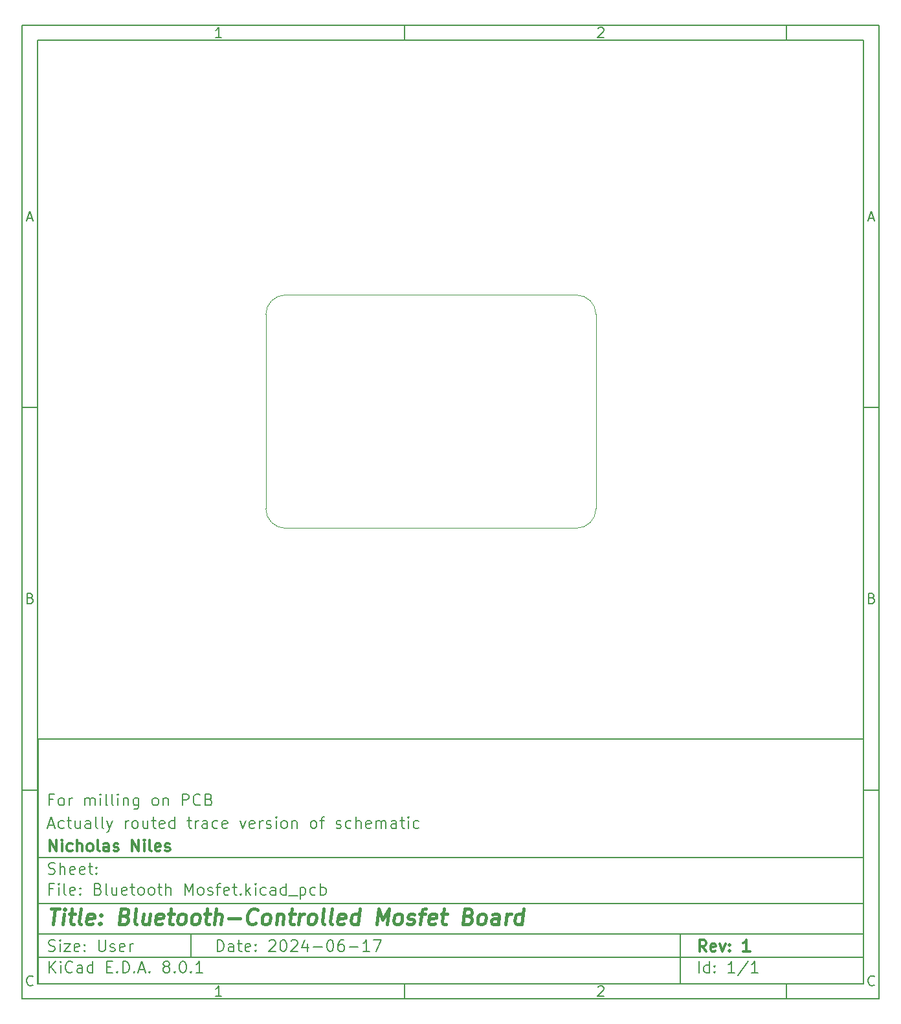
<source format=gbr>
%TF.GenerationSoftware,KiCad,Pcbnew,8.0.1*%
%TF.CreationDate,2024-06-17T11:29:09-04:00*%
%TF.ProjectId,Bluetooth Mosfet,426c7565-746f-46f7-9468-204d6f736665,1*%
%TF.SameCoordinates,Original*%
%TF.FileFunction,Profile,NP*%
%FSLAX46Y46*%
G04 Gerber Fmt 4.6, Leading zero omitted, Abs format (unit mm)*
G04 Created by KiCad (PCBNEW 8.0.1) date 2024-06-17 11:29:09*
%MOMM*%
%LPD*%
G01*
G04 APERTURE LIST*
%ADD10C,0.100000*%
%ADD11C,0.150000*%
%ADD12C,0.300000*%
%ADD13C,0.400000*%
%TA.AperFunction,Profile*%
%ADD14C,0.050000*%
%TD*%
G04 APERTURE END LIST*
D10*
D11*
X12080000Y-103320000D02*
X120080000Y-103320000D01*
X120080000Y-135320000D01*
X12080000Y-135320000D01*
X12080000Y-103320000D01*
D10*
D11*
X10000000Y-10000000D02*
X122080000Y-10000000D01*
X122080000Y-137320000D01*
X10000000Y-137320000D01*
X10000000Y-10000000D01*
D10*
D11*
X12000000Y-12000000D02*
X120080000Y-12000000D01*
X120080000Y-135320000D01*
X12000000Y-135320000D01*
X12000000Y-12000000D01*
D10*
D11*
X60000000Y-12000000D02*
X60000000Y-10000000D01*
D10*
D11*
X110000000Y-12000000D02*
X110000000Y-10000000D01*
D10*
D11*
X36089160Y-11593604D02*
X35346303Y-11593604D01*
X35717731Y-11593604D02*
X35717731Y-10293604D01*
X35717731Y-10293604D02*
X35593922Y-10479319D01*
X35593922Y-10479319D02*
X35470112Y-10603128D01*
X35470112Y-10603128D02*
X35346303Y-10665033D01*
D10*
D11*
X85346303Y-10417414D02*
X85408207Y-10355509D01*
X85408207Y-10355509D02*
X85532017Y-10293604D01*
X85532017Y-10293604D02*
X85841541Y-10293604D01*
X85841541Y-10293604D02*
X85965350Y-10355509D01*
X85965350Y-10355509D02*
X86027255Y-10417414D01*
X86027255Y-10417414D02*
X86089160Y-10541223D01*
X86089160Y-10541223D02*
X86089160Y-10665033D01*
X86089160Y-10665033D02*
X86027255Y-10850747D01*
X86027255Y-10850747D02*
X85284398Y-11593604D01*
X85284398Y-11593604D02*
X86089160Y-11593604D01*
D10*
D11*
X60000000Y-135320000D02*
X60000000Y-137320000D01*
D10*
D11*
X110000000Y-135320000D02*
X110000000Y-137320000D01*
D10*
D11*
X36089160Y-136913604D02*
X35346303Y-136913604D01*
X35717731Y-136913604D02*
X35717731Y-135613604D01*
X35717731Y-135613604D02*
X35593922Y-135799319D01*
X35593922Y-135799319D02*
X35470112Y-135923128D01*
X35470112Y-135923128D02*
X35346303Y-135985033D01*
D10*
D11*
X85346303Y-135737414D02*
X85408207Y-135675509D01*
X85408207Y-135675509D02*
X85532017Y-135613604D01*
X85532017Y-135613604D02*
X85841541Y-135613604D01*
X85841541Y-135613604D02*
X85965350Y-135675509D01*
X85965350Y-135675509D02*
X86027255Y-135737414D01*
X86027255Y-135737414D02*
X86089160Y-135861223D01*
X86089160Y-135861223D02*
X86089160Y-135985033D01*
X86089160Y-135985033D02*
X86027255Y-136170747D01*
X86027255Y-136170747D02*
X85284398Y-136913604D01*
X85284398Y-136913604D02*
X86089160Y-136913604D01*
D10*
D11*
X10000000Y-60000000D02*
X12000000Y-60000000D01*
D10*
D11*
X10000000Y-110000000D02*
X12000000Y-110000000D01*
D10*
D11*
X10690476Y-35222176D02*
X11309523Y-35222176D01*
X10566666Y-35593604D02*
X10999999Y-34293604D01*
X10999999Y-34293604D02*
X11433333Y-35593604D01*
D10*
D11*
X11092857Y-84912652D02*
X11278571Y-84974557D01*
X11278571Y-84974557D02*
X11340476Y-85036461D01*
X11340476Y-85036461D02*
X11402380Y-85160271D01*
X11402380Y-85160271D02*
X11402380Y-85345985D01*
X11402380Y-85345985D02*
X11340476Y-85469795D01*
X11340476Y-85469795D02*
X11278571Y-85531700D01*
X11278571Y-85531700D02*
X11154761Y-85593604D01*
X11154761Y-85593604D02*
X10659523Y-85593604D01*
X10659523Y-85593604D02*
X10659523Y-84293604D01*
X10659523Y-84293604D02*
X11092857Y-84293604D01*
X11092857Y-84293604D02*
X11216666Y-84355509D01*
X11216666Y-84355509D02*
X11278571Y-84417414D01*
X11278571Y-84417414D02*
X11340476Y-84541223D01*
X11340476Y-84541223D02*
X11340476Y-84665033D01*
X11340476Y-84665033D02*
X11278571Y-84788842D01*
X11278571Y-84788842D02*
X11216666Y-84850747D01*
X11216666Y-84850747D02*
X11092857Y-84912652D01*
X11092857Y-84912652D02*
X10659523Y-84912652D01*
D10*
D11*
X11402380Y-135469795D02*
X11340476Y-135531700D01*
X11340476Y-135531700D02*
X11154761Y-135593604D01*
X11154761Y-135593604D02*
X11030952Y-135593604D01*
X11030952Y-135593604D02*
X10845238Y-135531700D01*
X10845238Y-135531700D02*
X10721428Y-135407890D01*
X10721428Y-135407890D02*
X10659523Y-135284080D01*
X10659523Y-135284080D02*
X10597619Y-135036461D01*
X10597619Y-135036461D02*
X10597619Y-134850747D01*
X10597619Y-134850747D02*
X10659523Y-134603128D01*
X10659523Y-134603128D02*
X10721428Y-134479319D01*
X10721428Y-134479319D02*
X10845238Y-134355509D01*
X10845238Y-134355509D02*
X11030952Y-134293604D01*
X11030952Y-134293604D02*
X11154761Y-134293604D01*
X11154761Y-134293604D02*
X11340476Y-134355509D01*
X11340476Y-134355509D02*
X11402380Y-134417414D01*
D10*
D11*
X122080000Y-60000000D02*
X120080000Y-60000000D01*
D10*
D11*
X122080000Y-110000000D02*
X120080000Y-110000000D01*
D10*
D11*
X120770476Y-35222176D02*
X121389523Y-35222176D01*
X120646666Y-35593604D02*
X121079999Y-34293604D01*
X121079999Y-34293604D02*
X121513333Y-35593604D01*
D10*
D11*
X121172857Y-84912652D02*
X121358571Y-84974557D01*
X121358571Y-84974557D02*
X121420476Y-85036461D01*
X121420476Y-85036461D02*
X121482380Y-85160271D01*
X121482380Y-85160271D02*
X121482380Y-85345985D01*
X121482380Y-85345985D02*
X121420476Y-85469795D01*
X121420476Y-85469795D02*
X121358571Y-85531700D01*
X121358571Y-85531700D02*
X121234761Y-85593604D01*
X121234761Y-85593604D02*
X120739523Y-85593604D01*
X120739523Y-85593604D02*
X120739523Y-84293604D01*
X120739523Y-84293604D02*
X121172857Y-84293604D01*
X121172857Y-84293604D02*
X121296666Y-84355509D01*
X121296666Y-84355509D02*
X121358571Y-84417414D01*
X121358571Y-84417414D02*
X121420476Y-84541223D01*
X121420476Y-84541223D02*
X121420476Y-84665033D01*
X121420476Y-84665033D02*
X121358571Y-84788842D01*
X121358571Y-84788842D02*
X121296666Y-84850747D01*
X121296666Y-84850747D02*
X121172857Y-84912652D01*
X121172857Y-84912652D02*
X120739523Y-84912652D01*
D10*
D11*
X121482380Y-135469795D02*
X121420476Y-135531700D01*
X121420476Y-135531700D02*
X121234761Y-135593604D01*
X121234761Y-135593604D02*
X121110952Y-135593604D01*
X121110952Y-135593604D02*
X120925238Y-135531700D01*
X120925238Y-135531700D02*
X120801428Y-135407890D01*
X120801428Y-135407890D02*
X120739523Y-135284080D01*
X120739523Y-135284080D02*
X120677619Y-135036461D01*
X120677619Y-135036461D02*
X120677619Y-134850747D01*
X120677619Y-134850747D02*
X120739523Y-134603128D01*
X120739523Y-134603128D02*
X120801428Y-134479319D01*
X120801428Y-134479319D02*
X120925238Y-134355509D01*
X120925238Y-134355509D02*
X121110952Y-134293604D01*
X121110952Y-134293604D02*
X121234761Y-134293604D01*
X121234761Y-134293604D02*
X121420476Y-134355509D01*
X121420476Y-134355509D02*
X121482380Y-134417414D01*
D10*
D11*
X35535826Y-131106128D02*
X35535826Y-129606128D01*
X35535826Y-129606128D02*
X35892969Y-129606128D01*
X35892969Y-129606128D02*
X36107255Y-129677557D01*
X36107255Y-129677557D02*
X36250112Y-129820414D01*
X36250112Y-129820414D02*
X36321541Y-129963271D01*
X36321541Y-129963271D02*
X36392969Y-130248985D01*
X36392969Y-130248985D02*
X36392969Y-130463271D01*
X36392969Y-130463271D02*
X36321541Y-130748985D01*
X36321541Y-130748985D02*
X36250112Y-130891842D01*
X36250112Y-130891842D02*
X36107255Y-131034700D01*
X36107255Y-131034700D02*
X35892969Y-131106128D01*
X35892969Y-131106128D02*
X35535826Y-131106128D01*
X37678684Y-131106128D02*
X37678684Y-130320414D01*
X37678684Y-130320414D02*
X37607255Y-130177557D01*
X37607255Y-130177557D02*
X37464398Y-130106128D01*
X37464398Y-130106128D02*
X37178684Y-130106128D01*
X37178684Y-130106128D02*
X37035826Y-130177557D01*
X37678684Y-131034700D02*
X37535826Y-131106128D01*
X37535826Y-131106128D02*
X37178684Y-131106128D01*
X37178684Y-131106128D02*
X37035826Y-131034700D01*
X37035826Y-131034700D02*
X36964398Y-130891842D01*
X36964398Y-130891842D02*
X36964398Y-130748985D01*
X36964398Y-130748985D02*
X37035826Y-130606128D01*
X37035826Y-130606128D02*
X37178684Y-130534700D01*
X37178684Y-130534700D02*
X37535826Y-130534700D01*
X37535826Y-130534700D02*
X37678684Y-130463271D01*
X38178684Y-130106128D02*
X38750112Y-130106128D01*
X38392969Y-129606128D02*
X38392969Y-130891842D01*
X38392969Y-130891842D02*
X38464398Y-131034700D01*
X38464398Y-131034700D02*
X38607255Y-131106128D01*
X38607255Y-131106128D02*
X38750112Y-131106128D01*
X39821541Y-131034700D02*
X39678684Y-131106128D01*
X39678684Y-131106128D02*
X39392970Y-131106128D01*
X39392970Y-131106128D02*
X39250112Y-131034700D01*
X39250112Y-131034700D02*
X39178684Y-130891842D01*
X39178684Y-130891842D02*
X39178684Y-130320414D01*
X39178684Y-130320414D02*
X39250112Y-130177557D01*
X39250112Y-130177557D02*
X39392970Y-130106128D01*
X39392970Y-130106128D02*
X39678684Y-130106128D01*
X39678684Y-130106128D02*
X39821541Y-130177557D01*
X39821541Y-130177557D02*
X39892970Y-130320414D01*
X39892970Y-130320414D02*
X39892970Y-130463271D01*
X39892970Y-130463271D02*
X39178684Y-130606128D01*
X40535826Y-130963271D02*
X40607255Y-131034700D01*
X40607255Y-131034700D02*
X40535826Y-131106128D01*
X40535826Y-131106128D02*
X40464398Y-131034700D01*
X40464398Y-131034700D02*
X40535826Y-130963271D01*
X40535826Y-130963271D02*
X40535826Y-131106128D01*
X40535826Y-130177557D02*
X40607255Y-130248985D01*
X40607255Y-130248985D02*
X40535826Y-130320414D01*
X40535826Y-130320414D02*
X40464398Y-130248985D01*
X40464398Y-130248985D02*
X40535826Y-130177557D01*
X40535826Y-130177557D02*
X40535826Y-130320414D01*
X42321541Y-129748985D02*
X42392969Y-129677557D01*
X42392969Y-129677557D02*
X42535827Y-129606128D01*
X42535827Y-129606128D02*
X42892969Y-129606128D01*
X42892969Y-129606128D02*
X43035827Y-129677557D01*
X43035827Y-129677557D02*
X43107255Y-129748985D01*
X43107255Y-129748985D02*
X43178684Y-129891842D01*
X43178684Y-129891842D02*
X43178684Y-130034700D01*
X43178684Y-130034700D02*
X43107255Y-130248985D01*
X43107255Y-130248985D02*
X42250112Y-131106128D01*
X42250112Y-131106128D02*
X43178684Y-131106128D01*
X44107255Y-129606128D02*
X44250112Y-129606128D01*
X44250112Y-129606128D02*
X44392969Y-129677557D01*
X44392969Y-129677557D02*
X44464398Y-129748985D01*
X44464398Y-129748985D02*
X44535826Y-129891842D01*
X44535826Y-129891842D02*
X44607255Y-130177557D01*
X44607255Y-130177557D02*
X44607255Y-130534700D01*
X44607255Y-130534700D02*
X44535826Y-130820414D01*
X44535826Y-130820414D02*
X44464398Y-130963271D01*
X44464398Y-130963271D02*
X44392969Y-131034700D01*
X44392969Y-131034700D02*
X44250112Y-131106128D01*
X44250112Y-131106128D02*
X44107255Y-131106128D01*
X44107255Y-131106128D02*
X43964398Y-131034700D01*
X43964398Y-131034700D02*
X43892969Y-130963271D01*
X43892969Y-130963271D02*
X43821540Y-130820414D01*
X43821540Y-130820414D02*
X43750112Y-130534700D01*
X43750112Y-130534700D02*
X43750112Y-130177557D01*
X43750112Y-130177557D02*
X43821540Y-129891842D01*
X43821540Y-129891842D02*
X43892969Y-129748985D01*
X43892969Y-129748985D02*
X43964398Y-129677557D01*
X43964398Y-129677557D02*
X44107255Y-129606128D01*
X45178683Y-129748985D02*
X45250111Y-129677557D01*
X45250111Y-129677557D02*
X45392969Y-129606128D01*
X45392969Y-129606128D02*
X45750111Y-129606128D01*
X45750111Y-129606128D02*
X45892969Y-129677557D01*
X45892969Y-129677557D02*
X45964397Y-129748985D01*
X45964397Y-129748985D02*
X46035826Y-129891842D01*
X46035826Y-129891842D02*
X46035826Y-130034700D01*
X46035826Y-130034700D02*
X45964397Y-130248985D01*
X45964397Y-130248985D02*
X45107254Y-131106128D01*
X45107254Y-131106128D02*
X46035826Y-131106128D01*
X47321540Y-130106128D02*
X47321540Y-131106128D01*
X46964397Y-129534700D02*
X46607254Y-130606128D01*
X46607254Y-130606128D02*
X47535825Y-130606128D01*
X48107253Y-130534700D02*
X49250111Y-130534700D01*
X50250111Y-129606128D02*
X50392968Y-129606128D01*
X50392968Y-129606128D02*
X50535825Y-129677557D01*
X50535825Y-129677557D02*
X50607254Y-129748985D01*
X50607254Y-129748985D02*
X50678682Y-129891842D01*
X50678682Y-129891842D02*
X50750111Y-130177557D01*
X50750111Y-130177557D02*
X50750111Y-130534700D01*
X50750111Y-130534700D02*
X50678682Y-130820414D01*
X50678682Y-130820414D02*
X50607254Y-130963271D01*
X50607254Y-130963271D02*
X50535825Y-131034700D01*
X50535825Y-131034700D02*
X50392968Y-131106128D01*
X50392968Y-131106128D02*
X50250111Y-131106128D01*
X50250111Y-131106128D02*
X50107254Y-131034700D01*
X50107254Y-131034700D02*
X50035825Y-130963271D01*
X50035825Y-130963271D02*
X49964396Y-130820414D01*
X49964396Y-130820414D02*
X49892968Y-130534700D01*
X49892968Y-130534700D02*
X49892968Y-130177557D01*
X49892968Y-130177557D02*
X49964396Y-129891842D01*
X49964396Y-129891842D02*
X50035825Y-129748985D01*
X50035825Y-129748985D02*
X50107254Y-129677557D01*
X50107254Y-129677557D02*
X50250111Y-129606128D01*
X52035825Y-129606128D02*
X51750110Y-129606128D01*
X51750110Y-129606128D02*
X51607253Y-129677557D01*
X51607253Y-129677557D02*
X51535825Y-129748985D01*
X51535825Y-129748985D02*
X51392967Y-129963271D01*
X51392967Y-129963271D02*
X51321539Y-130248985D01*
X51321539Y-130248985D02*
X51321539Y-130820414D01*
X51321539Y-130820414D02*
X51392967Y-130963271D01*
X51392967Y-130963271D02*
X51464396Y-131034700D01*
X51464396Y-131034700D02*
X51607253Y-131106128D01*
X51607253Y-131106128D02*
X51892967Y-131106128D01*
X51892967Y-131106128D02*
X52035825Y-131034700D01*
X52035825Y-131034700D02*
X52107253Y-130963271D01*
X52107253Y-130963271D02*
X52178682Y-130820414D01*
X52178682Y-130820414D02*
X52178682Y-130463271D01*
X52178682Y-130463271D02*
X52107253Y-130320414D01*
X52107253Y-130320414D02*
X52035825Y-130248985D01*
X52035825Y-130248985D02*
X51892967Y-130177557D01*
X51892967Y-130177557D02*
X51607253Y-130177557D01*
X51607253Y-130177557D02*
X51464396Y-130248985D01*
X51464396Y-130248985D02*
X51392967Y-130320414D01*
X51392967Y-130320414D02*
X51321539Y-130463271D01*
X52821538Y-130534700D02*
X53964396Y-130534700D01*
X55464396Y-131106128D02*
X54607253Y-131106128D01*
X55035824Y-131106128D02*
X55035824Y-129606128D01*
X55035824Y-129606128D02*
X54892967Y-129820414D01*
X54892967Y-129820414D02*
X54750110Y-129963271D01*
X54750110Y-129963271D02*
X54607253Y-130034700D01*
X55964395Y-129606128D02*
X56964395Y-129606128D01*
X56964395Y-129606128D02*
X56321538Y-131106128D01*
D10*
D11*
X12080000Y-131820000D02*
X120080000Y-131820000D01*
D10*
D11*
X13535826Y-133906128D02*
X13535826Y-132406128D01*
X14392969Y-133906128D02*
X13750112Y-133048985D01*
X14392969Y-132406128D02*
X13535826Y-133263271D01*
X15035826Y-133906128D02*
X15035826Y-132906128D01*
X15035826Y-132406128D02*
X14964398Y-132477557D01*
X14964398Y-132477557D02*
X15035826Y-132548985D01*
X15035826Y-132548985D02*
X15107255Y-132477557D01*
X15107255Y-132477557D02*
X15035826Y-132406128D01*
X15035826Y-132406128D02*
X15035826Y-132548985D01*
X16607255Y-133763271D02*
X16535827Y-133834700D01*
X16535827Y-133834700D02*
X16321541Y-133906128D01*
X16321541Y-133906128D02*
X16178684Y-133906128D01*
X16178684Y-133906128D02*
X15964398Y-133834700D01*
X15964398Y-133834700D02*
X15821541Y-133691842D01*
X15821541Y-133691842D02*
X15750112Y-133548985D01*
X15750112Y-133548985D02*
X15678684Y-133263271D01*
X15678684Y-133263271D02*
X15678684Y-133048985D01*
X15678684Y-133048985D02*
X15750112Y-132763271D01*
X15750112Y-132763271D02*
X15821541Y-132620414D01*
X15821541Y-132620414D02*
X15964398Y-132477557D01*
X15964398Y-132477557D02*
X16178684Y-132406128D01*
X16178684Y-132406128D02*
X16321541Y-132406128D01*
X16321541Y-132406128D02*
X16535827Y-132477557D01*
X16535827Y-132477557D02*
X16607255Y-132548985D01*
X17892970Y-133906128D02*
X17892970Y-133120414D01*
X17892970Y-133120414D02*
X17821541Y-132977557D01*
X17821541Y-132977557D02*
X17678684Y-132906128D01*
X17678684Y-132906128D02*
X17392970Y-132906128D01*
X17392970Y-132906128D02*
X17250112Y-132977557D01*
X17892970Y-133834700D02*
X17750112Y-133906128D01*
X17750112Y-133906128D02*
X17392970Y-133906128D01*
X17392970Y-133906128D02*
X17250112Y-133834700D01*
X17250112Y-133834700D02*
X17178684Y-133691842D01*
X17178684Y-133691842D02*
X17178684Y-133548985D01*
X17178684Y-133548985D02*
X17250112Y-133406128D01*
X17250112Y-133406128D02*
X17392970Y-133334700D01*
X17392970Y-133334700D02*
X17750112Y-133334700D01*
X17750112Y-133334700D02*
X17892970Y-133263271D01*
X19250113Y-133906128D02*
X19250113Y-132406128D01*
X19250113Y-133834700D02*
X19107255Y-133906128D01*
X19107255Y-133906128D02*
X18821541Y-133906128D01*
X18821541Y-133906128D02*
X18678684Y-133834700D01*
X18678684Y-133834700D02*
X18607255Y-133763271D01*
X18607255Y-133763271D02*
X18535827Y-133620414D01*
X18535827Y-133620414D02*
X18535827Y-133191842D01*
X18535827Y-133191842D02*
X18607255Y-133048985D01*
X18607255Y-133048985D02*
X18678684Y-132977557D01*
X18678684Y-132977557D02*
X18821541Y-132906128D01*
X18821541Y-132906128D02*
X19107255Y-132906128D01*
X19107255Y-132906128D02*
X19250113Y-132977557D01*
X21107255Y-133120414D02*
X21607255Y-133120414D01*
X21821541Y-133906128D02*
X21107255Y-133906128D01*
X21107255Y-133906128D02*
X21107255Y-132406128D01*
X21107255Y-132406128D02*
X21821541Y-132406128D01*
X22464398Y-133763271D02*
X22535827Y-133834700D01*
X22535827Y-133834700D02*
X22464398Y-133906128D01*
X22464398Y-133906128D02*
X22392970Y-133834700D01*
X22392970Y-133834700D02*
X22464398Y-133763271D01*
X22464398Y-133763271D02*
X22464398Y-133906128D01*
X23178684Y-133906128D02*
X23178684Y-132406128D01*
X23178684Y-132406128D02*
X23535827Y-132406128D01*
X23535827Y-132406128D02*
X23750113Y-132477557D01*
X23750113Y-132477557D02*
X23892970Y-132620414D01*
X23892970Y-132620414D02*
X23964399Y-132763271D01*
X23964399Y-132763271D02*
X24035827Y-133048985D01*
X24035827Y-133048985D02*
X24035827Y-133263271D01*
X24035827Y-133263271D02*
X23964399Y-133548985D01*
X23964399Y-133548985D02*
X23892970Y-133691842D01*
X23892970Y-133691842D02*
X23750113Y-133834700D01*
X23750113Y-133834700D02*
X23535827Y-133906128D01*
X23535827Y-133906128D02*
X23178684Y-133906128D01*
X24678684Y-133763271D02*
X24750113Y-133834700D01*
X24750113Y-133834700D02*
X24678684Y-133906128D01*
X24678684Y-133906128D02*
X24607256Y-133834700D01*
X24607256Y-133834700D02*
X24678684Y-133763271D01*
X24678684Y-133763271D02*
X24678684Y-133906128D01*
X25321542Y-133477557D02*
X26035828Y-133477557D01*
X25178685Y-133906128D02*
X25678685Y-132406128D01*
X25678685Y-132406128D02*
X26178685Y-133906128D01*
X26678684Y-133763271D02*
X26750113Y-133834700D01*
X26750113Y-133834700D02*
X26678684Y-133906128D01*
X26678684Y-133906128D02*
X26607256Y-133834700D01*
X26607256Y-133834700D02*
X26678684Y-133763271D01*
X26678684Y-133763271D02*
X26678684Y-133906128D01*
X28750113Y-133048985D02*
X28607256Y-132977557D01*
X28607256Y-132977557D02*
X28535827Y-132906128D01*
X28535827Y-132906128D02*
X28464399Y-132763271D01*
X28464399Y-132763271D02*
X28464399Y-132691842D01*
X28464399Y-132691842D02*
X28535827Y-132548985D01*
X28535827Y-132548985D02*
X28607256Y-132477557D01*
X28607256Y-132477557D02*
X28750113Y-132406128D01*
X28750113Y-132406128D02*
X29035827Y-132406128D01*
X29035827Y-132406128D02*
X29178685Y-132477557D01*
X29178685Y-132477557D02*
X29250113Y-132548985D01*
X29250113Y-132548985D02*
X29321542Y-132691842D01*
X29321542Y-132691842D02*
X29321542Y-132763271D01*
X29321542Y-132763271D02*
X29250113Y-132906128D01*
X29250113Y-132906128D02*
X29178685Y-132977557D01*
X29178685Y-132977557D02*
X29035827Y-133048985D01*
X29035827Y-133048985D02*
X28750113Y-133048985D01*
X28750113Y-133048985D02*
X28607256Y-133120414D01*
X28607256Y-133120414D02*
X28535827Y-133191842D01*
X28535827Y-133191842D02*
X28464399Y-133334700D01*
X28464399Y-133334700D02*
X28464399Y-133620414D01*
X28464399Y-133620414D02*
X28535827Y-133763271D01*
X28535827Y-133763271D02*
X28607256Y-133834700D01*
X28607256Y-133834700D02*
X28750113Y-133906128D01*
X28750113Y-133906128D02*
X29035827Y-133906128D01*
X29035827Y-133906128D02*
X29178685Y-133834700D01*
X29178685Y-133834700D02*
X29250113Y-133763271D01*
X29250113Y-133763271D02*
X29321542Y-133620414D01*
X29321542Y-133620414D02*
X29321542Y-133334700D01*
X29321542Y-133334700D02*
X29250113Y-133191842D01*
X29250113Y-133191842D02*
X29178685Y-133120414D01*
X29178685Y-133120414D02*
X29035827Y-133048985D01*
X29964398Y-133763271D02*
X30035827Y-133834700D01*
X30035827Y-133834700D02*
X29964398Y-133906128D01*
X29964398Y-133906128D02*
X29892970Y-133834700D01*
X29892970Y-133834700D02*
X29964398Y-133763271D01*
X29964398Y-133763271D02*
X29964398Y-133906128D01*
X30964399Y-132406128D02*
X31107256Y-132406128D01*
X31107256Y-132406128D02*
X31250113Y-132477557D01*
X31250113Y-132477557D02*
X31321542Y-132548985D01*
X31321542Y-132548985D02*
X31392970Y-132691842D01*
X31392970Y-132691842D02*
X31464399Y-132977557D01*
X31464399Y-132977557D02*
X31464399Y-133334700D01*
X31464399Y-133334700D02*
X31392970Y-133620414D01*
X31392970Y-133620414D02*
X31321542Y-133763271D01*
X31321542Y-133763271D02*
X31250113Y-133834700D01*
X31250113Y-133834700D02*
X31107256Y-133906128D01*
X31107256Y-133906128D02*
X30964399Y-133906128D01*
X30964399Y-133906128D02*
X30821542Y-133834700D01*
X30821542Y-133834700D02*
X30750113Y-133763271D01*
X30750113Y-133763271D02*
X30678684Y-133620414D01*
X30678684Y-133620414D02*
X30607256Y-133334700D01*
X30607256Y-133334700D02*
X30607256Y-132977557D01*
X30607256Y-132977557D02*
X30678684Y-132691842D01*
X30678684Y-132691842D02*
X30750113Y-132548985D01*
X30750113Y-132548985D02*
X30821542Y-132477557D01*
X30821542Y-132477557D02*
X30964399Y-132406128D01*
X32107255Y-133763271D02*
X32178684Y-133834700D01*
X32178684Y-133834700D02*
X32107255Y-133906128D01*
X32107255Y-133906128D02*
X32035827Y-133834700D01*
X32035827Y-133834700D02*
X32107255Y-133763271D01*
X32107255Y-133763271D02*
X32107255Y-133906128D01*
X33607256Y-133906128D02*
X32750113Y-133906128D01*
X33178684Y-133906128D02*
X33178684Y-132406128D01*
X33178684Y-132406128D02*
X33035827Y-132620414D01*
X33035827Y-132620414D02*
X32892970Y-132763271D01*
X32892970Y-132763271D02*
X32750113Y-132834700D01*
D10*
D11*
X12080000Y-128820000D02*
X120080000Y-128820000D01*
D10*
D12*
X99491653Y-131098328D02*
X98991653Y-130384042D01*
X98634510Y-131098328D02*
X98634510Y-129598328D01*
X98634510Y-129598328D02*
X99205939Y-129598328D01*
X99205939Y-129598328D02*
X99348796Y-129669757D01*
X99348796Y-129669757D02*
X99420225Y-129741185D01*
X99420225Y-129741185D02*
X99491653Y-129884042D01*
X99491653Y-129884042D02*
X99491653Y-130098328D01*
X99491653Y-130098328D02*
X99420225Y-130241185D01*
X99420225Y-130241185D02*
X99348796Y-130312614D01*
X99348796Y-130312614D02*
X99205939Y-130384042D01*
X99205939Y-130384042D02*
X98634510Y-130384042D01*
X100705939Y-131026900D02*
X100563082Y-131098328D01*
X100563082Y-131098328D02*
X100277368Y-131098328D01*
X100277368Y-131098328D02*
X100134510Y-131026900D01*
X100134510Y-131026900D02*
X100063082Y-130884042D01*
X100063082Y-130884042D02*
X100063082Y-130312614D01*
X100063082Y-130312614D02*
X100134510Y-130169757D01*
X100134510Y-130169757D02*
X100277368Y-130098328D01*
X100277368Y-130098328D02*
X100563082Y-130098328D01*
X100563082Y-130098328D02*
X100705939Y-130169757D01*
X100705939Y-130169757D02*
X100777368Y-130312614D01*
X100777368Y-130312614D02*
X100777368Y-130455471D01*
X100777368Y-130455471D02*
X100063082Y-130598328D01*
X101277367Y-130098328D02*
X101634510Y-131098328D01*
X101634510Y-131098328D02*
X101991653Y-130098328D01*
X102563081Y-130955471D02*
X102634510Y-131026900D01*
X102634510Y-131026900D02*
X102563081Y-131098328D01*
X102563081Y-131098328D02*
X102491653Y-131026900D01*
X102491653Y-131026900D02*
X102563081Y-130955471D01*
X102563081Y-130955471D02*
X102563081Y-131098328D01*
X102563081Y-130169757D02*
X102634510Y-130241185D01*
X102634510Y-130241185D02*
X102563081Y-130312614D01*
X102563081Y-130312614D02*
X102491653Y-130241185D01*
X102491653Y-130241185D02*
X102563081Y-130169757D01*
X102563081Y-130169757D02*
X102563081Y-130312614D01*
X105205939Y-131098328D02*
X104348796Y-131098328D01*
X104777367Y-131098328D02*
X104777367Y-129598328D01*
X104777367Y-129598328D02*
X104634510Y-129812614D01*
X104634510Y-129812614D02*
X104491653Y-129955471D01*
X104491653Y-129955471D02*
X104348796Y-130026900D01*
D10*
D11*
X13464398Y-131034700D02*
X13678684Y-131106128D01*
X13678684Y-131106128D02*
X14035826Y-131106128D01*
X14035826Y-131106128D02*
X14178684Y-131034700D01*
X14178684Y-131034700D02*
X14250112Y-130963271D01*
X14250112Y-130963271D02*
X14321541Y-130820414D01*
X14321541Y-130820414D02*
X14321541Y-130677557D01*
X14321541Y-130677557D02*
X14250112Y-130534700D01*
X14250112Y-130534700D02*
X14178684Y-130463271D01*
X14178684Y-130463271D02*
X14035826Y-130391842D01*
X14035826Y-130391842D02*
X13750112Y-130320414D01*
X13750112Y-130320414D02*
X13607255Y-130248985D01*
X13607255Y-130248985D02*
X13535826Y-130177557D01*
X13535826Y-130177557D02*
X13464398Y-130034700D01*
X13464398Y-130034700D02*
X13464398Y-129891842D01*
X13464398Y-129891842D02*
X13535826Y-129748985D01*
X13535826Y-129748985D02*
X13607255Y-129677557D01*
X13607255Y-129677557D02*
X13750112Y-129606128D01*
X13750112Y-129606128D02*
X14107255Y-129606128D01*
X14107255Y-129606128D02*
X14321541Y-129677557D01*
X14964397Y-131106128D02*
X14964397Y-130106128D01*
X14964397Y-129606128D02*
X14892969Y-129677557D01*
X14892969Y-129677557D02*
X14964397Y-129748985D01*
X14964397Y-129748985D02*
X15035826Y-129677557D01*
X15035826Y-129677557D02*
X14964397Y-129606128D01*
X14964397Y-129606128D02*
X14964397Y-129748985D01*
X15535826Y-130106128D02*
X16321541Y-130106128D01*
X16321541Y-130106128D02*
X15535826Y-131106128D01*
X15535826Y-131106128D02*
X16321541Y-131106128D01*
X17464398Y-131034700D02*
X17321541Y-131106128D01*
X17321541Y-131106128D02*
X17035827Y-131106128D01*
X17035827Y-131106128D02*
X16892969Y-131034700D01*
X16892969Y-131034700D02*
X16821541Y-130891842D01*
X16821541Y-130891842D02*
X16821541Y-130320414D01*
X16821541Y-130320414D02*
X16892969Y-130177557D01*
X16892969Y-130177557D02*
X17035827Y-130106128D01*
X17035827Y-130106128D02*
X17321541Y-130106128D01*
X17321541Y-130106128D02*
X17464398Y-130177557D01*
X17464398Y-130177557D02*
X17535827Y-130320414D01*
X17535827Y-130320414D02*
X17535827Y-130463271D01*
X17535827Y-130463271D02*
X16821541Y-130606128D01*
X18178683Y-130963271D02*
X18250112Y-131034700D01*
X18250112Y-131034700D02*
X18178683Y-131106128D01*
X18178683Y-131106128D02*
X18107255Y-131034700D01*
X18107255Y-131034700D02*
X18178683Y-130963271D01*
X18178683Y-130963271D02*
X18178683Y-131106128D01*
X18178683Y-130177557D02*
X18250112Y-130248985D01*
X18250112Y-130248985D02*
X18178683Y-130320414D01*
X18178683Y-130320414D02*
X18107255Y-130248985D01*
X18107255Y-130248985D02*
X18178683Y-130177557D01*
X18178683Y-130177557D02*
X18178683Y-130320414D01*
X20035826Y-129606128D02*
X20035826Y-130820414D01*
X20035826Y-130820414D02*
X20107255Y-130963271D01*
X20107255Y-130963271D02*
X20178684Y-131034700D01*
X20178684Y-131034700D02*
X20321541Y-131106128D01*
X20321541Y-131106128D02*
X20607255Y-131106128D01*
X20607255Y-131106128D02*
X20750112Y-131034700D01*
X20750112Y-131034700D02*
X20821541Y-130963271D01*
X20821541Y-130963271D02*
X20892969Y-130820414D01*
X20892969Y-130820414D02*
X20892969Y-129606128D01*
X21535827Y-131034700D02*
X21678684Y-131106128D01*
X21678684Y-131106128D02*
X21964398Y-131106128D01*
X21964398Y-131106128D02*
X22107255Y-131034700D01*
X22107255Y-131034700D02*
X22178684Y-130891842D01*
X22178684Y-130891842D02*
X22178684Y-130820414D01*
X22178684Y-130820414D02*
X22107255Y-130677557D01*
X22107255Y-130677557D02*
X21964398Y-130606128D01*
X21964398Y-130606128D02*
X21750113Y-130606128D01*
X21750113Y-130606128D02*
X21607255Y-130534700D01*
X21607255Y-130534700D02*
X21535827Y-130391842D01*
X21535827Y-130391842D02*
X21535827Y-130320414D01*
X21535827Y-130320414D02*
X21607255Y-130177557D01*
X21607255Y-130177557D02*
X21750113Y-130106128D01*
X21750113Y-130106128D02*
X21964398Y-130106128D01*
X21964398Y-130106128D02*
X22107255Y-130177557D01*
X23392970Y-131034700D02*
X23250113Y-131106128D01*
X23250113Y-131106128D02*
X22964399Y-131106128D01*
X22964399Y-131106128D02*
X22821541Y-131034700D01*
X22821541Y-131034700D02*
X22750113Y-130891842D01*
X22750113Y-130891842D02*
X22750113Y-130320414D01*
X22750113Y-130320414D02*
X22821541Y-130177557D01*
X22821541Y-130177557D02*
X22964399Y-130106128D01*
X22964399Y-130106128D02*
X23250113Y-130106128D01*
X23250113Y-130106128D02*
X23392970Y-130177557D01*
X23392970Y-130177557D02*
X23464399Y-130320414D01*
X23464399Y-130320414D02*
X23464399Y-130463271D01*
X23464399Y-130463271D02*
X22750113Y-130606128D01*
X24107255Y-131106128D02*
X24107255Y-130106128D01*
X24107255Y-130391842D02*
X24178684Y-130248985D01*
X24178684Y-130248985D02*
X24250113Y-130177557D01*
X24250113Y-130177557D02*
X24392970Y-130106128D01*
X24392970Y-130106128D02*
X24535827Y-130106128D01*
D10*
D11*
X98535826Y-133906128D02*
X98535826Y-132406128D01*
X99892970Y-133906128D02*
X99892970Y-132406128D01*
X99892970Y-133834700D02*
X99750112Y-133906128D01*
X99750112Y-133906128D02*
X99464398Y-133906128D01*
X99464398Y-133906128D02*
X99321541Y-133834700D01*
X99321541Y-133834700D02*
X99250112Y-133763271D01*
X99250112Y-133763271D02*
X99178684Y-133620414D01*
X99178684Y-133620414D02*
X99178684Y-133191842D01*
X99178684Y-133191842D02*
X99250112Y-133048985D01*
X99250112Y-133048985D02*
X99321541Y-132977557D01*
X99321541Y-132977557D02*
X99464398Y-132906128D01*
X99464398Y-132906128D02*
X99750112Y-132906128D01*
X99750112Y-132906128D02*
X99892970Y-132977557D01*
X100607255Y-133763271D02*
X100678684Y-133834700D01*
X100678684Y-133834700D02*
X100607255Y-133906128D01*
X100607255Y-133906128D02*
X100535827Y-133834700D01*
X100535827Y-133834700D02*
X100607255Y-133763271D01*
X100607255Y-133763271D02*
X100607255Y-133906128D01*
X100607255Y-132977557D02*
X100678684Y-133048985D01*
X100678684Y-133048985D02*
X100607255Y-133120414D01*
X100607255Y-133120414D02*
X100535827Y-133048985D01*
X100535827Y-133048985D02*
X100607255Y-132977557D01*
X100607255Y-132977557D02*
X100607255Y-133120414D01*
X103250113Y-133906128D02*
X102392970Y-133906128D01*
X102821541Y-133906128D02*
X102821541Y-132406128D01*
X102821541Y-132406128D02*
X102678684Y-132620414D01*
X102678684Y-132620414D02*
X102535827Y-132763271D01*
X102535827Y-132763271D02*
X102392970Y-132834700D01*
X104964398Y-132334700D02*
X103678684Y-134263271D01*
X106250113Y-133906128D02*
X105392970Y-133906128D01*
X105821541Y-133906128D02*
X105821541Y-132406128D01*
X105821541Y-132406128D02*
X105678684Y-132620414D01*
X105678684Y-132620414D02*
X105535827Y-132763271D01*
X105535827Y-132763271D02*
X105392970Y-132834700D01*
D10*
D11*
X12080000Y-124820000D02*
X120080000Y-124820000D01*
D10*
D13*
X13771728Y-125524438D02*
X14914585Y-125524438D01*
X14093157Y-127524438D02*
X14343157Y-125524438D01*
X15331252Y-127524438D02*
X15497919Y-126191104D01*
X15581252Y-125524438D02*
X15474109Y-125619676D01*
X15474109Y-125619676D02*
X15557443Y-125714914D01*
X15557443Y-125714914D02*
X15664586Y-125619676D01*
X15664586Y-125619676D02*
X15581252Y-125524438D01*
X15581252Y-125524438D02*
X15557443Y-125714914D01*
X16164586Y-126191104D02*
X16926490Y-126191104D01*
X16533633Y-125524438D02*
X16319348Y-127238723D01*
X16319348Y-127238723D02*
X16390776Y-127429200D01*
X16390776Y-127429200D02*
X16569348Y-127524438D01*
X16569348Y-127524438D02*
X16759824Y-127524438D01*
X17712205Y-127524438D02*
X17533633Y-127429200D01*
X17533633Y-127429200D02*
X17462205Y-127238723D01*
X17462205Y-127238723D02*
X17676490Y-125524438D01*
X19247919Y-127429200D02*
X19045538Y-127524438D01*
X19045538Y-127524438D02*
X18664585Y-127524438D01*
X18664585Y-127524438D02*
X18486014Y-127429200D01*
X18486014Y-127429200D02*
X18414585Y-127238723D01*
X18414585Y-127238723D02*
X18509824Y-126476819D01*
X18509824Y-126476819D02*
X18628871Y-126286342D01*
X18628871Y-126286342D02*
X18831252Y-126191104D01*
X18831252Y-126191104D02*
X19212204Y-126191104D01*
X19212204Y-126191104D02*
X19390776Y-126286342D01*
X19390776Y-126286342D02*
X19462204Y-126476819D01*
X19462204Y-126476819D02*
X19438395Y-126667295D01*
X19438395Y-126667295D02*
X18462204Y-126857771D01*
X20212205Y-127333961D02*
X20295538Y-127429200D01*
X20295538Y-127429200D02*
X20188395Y-127524438D01*
X20188395Y-127524438D02*
X20105062Y-127429200D01*
X20105062Y-127429200D02*
X20212205Y-127333961D01*
X20212205Y-127333961D02*
X20188395Y-127524438D01*
X20343157Y-126286342D02*
X20426490Y-126381580D01*
X20426490Y-126381580D02*
X20319348Y-126476819D01*
X20319348Y-126476819D02*
X20236014Y-126381580D01*
X20236014Y-126381580D02*
X20343157Y-126286342D01*
X20343157Y-126286342D02*
X20319348Y-126476819D01*
X23462205Y-126476819D02*
X23736015Y-126572057D01*
X23736015Y-126572057D02*
X23819348Y-126667295D01*
X23819348Y-126667295D02*
X23890777Y-126857771D01*
X23890777Y-126857771D02*
X23855062Y-127143485D01*
X23855062Y-127143485D02*
X23736015Y-127333961D01*
X23736015Y-127333961D02*
X23628872Y-127429200D01*
X23628872Y-127429200D02*
X23426491Y-127524438D01*
X23426491Y-127524438D02*
X22664586Y-127524438D01*
X22664586Y-127524438D02*
X22914586Y-125524438D01*
X22914586Y-125524438D02*
X23581253Y-125524438D01*
X23581253Y-125524438D02*
X23759824Y-125619676D01*
X23759824Y-125619676D02*
X23843158Y-125714914D01*
X23843158Y-125714914D02*
X23914586Y-125905390D01*
X23914586Y-125905390D02*
X23890777Y-126095866D01*
X23890777Y-126095866D02*
X23771729Y-126286342D01*
X23771729Y-126286342D02*
X23664586Y-126381580D01*
X23664586Y-126381580D02*
X23462205Y-126476819D01*
X23462205Y-126476819D02*
X22795539Y-126476819D01*
X24950301Y-127524438D02*
X24771729Y-127429200D01*
X24771729Y-127429200D02*
X24700301Y-127238723D01*
X24700301Y-127238723D02*
X24914586Y-125524438D01*
X26736015Y-126191104D02*
X26569348Y-127524438D01*
X25878872Y-126191104D02*
X25747920Y-127238723D01*
X25747920Y-127238723D02*
X25819348Y-127429200D01*
X25819348Y-127429200D02*
X25997920Y-127524438D01*
X25997920Y-127524438D02*
X26283634Y-127524438D01*
X26283634Y-127524438D02*
X26486015Y-127429200D01*
X26486015Y-127429200D02*
X26593158Y-127333961D01*
X28295539Y-127429200D02*
X28093158Y-127524438D01*
X28093158Y-127524438D02*
X27712205Y-127524438D01*
X27712205Y-127524438D02*
X27533634Y-127429200D01*
X27533634Y-127429200D02*
X27462205Y-127238723D01*
X27462205Y-127238723D02*
X27557444Y-126476819D01*
X27557444Y-126476819D02*
X27676491Y-126286342D01*
X27676491Y-126286342D02*
X27878872Y-126191104D01*
X27878872Y-126191104D02*
X28259824Y-126191104D01*
X28259824Y-126191104D02*
X28438396Y-126286342D01*
X28438396Y-126286342D02*
X28509824Y-126476819D01*
X28509824Y-126476819D02*
X28486015Y-126667295D01*
X28486015Y-126667295D02*
X27509824Y-126857771D01*
X29116968Y-126191104D02*
X29878872Y-126191104D01*
X29486015Y-125524438D02*
X29271730Y-127238723D01*
X29271730Y-127238723D02*
X29343158Y-127429200D01*
X29343158Y-127429200D02*
X29521730Y-127524438D01*
X29521730Y-127524438D02*
X29712206Y-127524438D01*
X30664587Y-127524438D02*
X30486015Y-127429200D01*
X30486015Y-127429200D02*
X30402682Y-127333961D01*
X30402682Y-127333961D02*
X30331253Y-127143485D01*
X30331253Y-127143485D02*
X30402682Y-126572057D01*
X30402682Y-126572057D02*
X30521729Y-126381580D01*
X30521729Y-126381580D02*
X30628872Y-126286342D01*
X30628872Y-126286342D02*
X30831253Y-126191104D01*
X30831253Y-126191104D02*
X31116967Y-126191104D01*
X31116967Y-126191104D02*
X31295539Y-126286342D01*
X31295539Y-126286342D02*
X31378872Y-126381580D01*
X31378872Y-126381580D02*
X31450301Y-126572057D01*
X31450301Y-126572057D02*
X31378872Y-127143485D01*
X31378872Y-127143485D02*
X31259825Y-127333961D01*
X31259825Y-127333961D02*
X31152682Y-127429200D01*
X31152682Y-127429200D02*
X30950301Y-127524438D01*
X30950301Y-127524438D02*
X30664587Y-127524438D01*
X32474111Y-127524438D02*
X32295539Y-127429200D01*
X32295539Y-127429200D02*
X32212206Y-127333961D01*
X32212206Y-127333961D02*
X32140777Y-127143485D01*
X32140777Y-127143485D02*
X32212206Y-126572057D01*
X32212206Y-126572057D02*
X32331253Y-126381580D01*
X32331253Y-126381580D02*
X32438396Y-126286342D01*
X32438396Y-126286342D02*
X32640777Y-126191104D01*
X32640777Y-126191104D02*
X32926491Y-126191104D01*
X32926491Y-126191104D02*
X33105063Y-126286342D01*
X33105063Y-126286342D02*
X33188396Y-126381580D01*
X33188396Y-126381580D02*
X33259825Y-126572057D01*
X33259825Y-126572057D02*
X33188396Y-127143485D01*
X33188396Y-127143485D02*
X33069349Y-127333961D01*
X33069349Y-127333961D02*
X32962206Y-127429200D01*
X32962206Y-127429200D02*
X32759825Y-127524438D01*
X32759825Y-127524438D02*
X32474111Y-127524438D01*
X33878873Y-126191104D02*
X34640777Y-126191104D01*
X34247920Y-125524438D02*
X34033635Y-127238723D01*
X34033635Y-127238723D02*
X34105063Y-127429200D01*
X34105063Y-127429200D02*
X34283635Y-127524438D01*
X34283635Y-127524438D02*
X34474111Y-127524438D01*
X35140777Y-127524438D02*
X35390777Y-125524438D01*
X35997920Y-127524438D02*
X36128872Y-126476819D01*
X36128872Y-126476819D02*
X36057444Y-126286342D01*
X36057444Y-126286342D02*
X35878872Y-126191104D01*
X35878872Y-126191104D02*
X35593158Y-126191104D01*
X35593158Y-126191104D02*
X35390777Y-126286342D01*
X35390777Y-126286342D02*
X35283634Y-126381580D01*
X37045539Y-126762533D02*
X38569349Y-126762533D01*
X40593158Y-127333961D02*
X40486015Y-127429200D01*
X40486015Y-127429200D02*
X40188396Y-127524438D01*
X40188396Y-127524438D02*
X39997920Y-127524438D01*
X39997920Y-127524438D02*
X39724110Y-127429200D01*
X39724110Y-127429200D02*
X39557444Y-127238723D01*
X39557444Y-127238723D02*
X39486015Y-127048247D01*
X39486015Y-127048247D02*
X39438396Y-126667295D01*
X39438396Y-126667295D02*
X39474110Y-126381580D01*
X39474110Y-126381580D02*
X39616967Y-126000628D01*
X39616967Y-126000628D02*
X39736015Y-125810152D01*
X39736015Y-125810152D02*
X39950301Y-125619676D01*
X39950301Y-125619676D02*
X40247920Y-125524438D01*
X40247920Y-125524438D02*
X40438396Y-125524438D01*
X40438396Y-125524438D02*
X40712206Y-125619676D01*
X40712206Y-125619676D02*
X40795539Y-125714914D01*
X41712206Y-127524438D02*
X41533634Y-127429200D01*
X41533634Y-127429200D02*
X41450301Y-127333961D01*
X41450301Y-127333961D02*
X41378872Y-127143485D01*
X41378872Y-127143485D02*
X41450301Y-126572057D01*
X41450301Y-126572057D02*
X41569348Y-126381580D01*
X41569348Y-126381580D02*
X41676491Y-126286342D01*
X41676491Y-126286342D02*
X41878872Y-126191104D01*
X41878872Y-126191104D02*
X42164586Y-126191104D01*
X42164586Y-126191104D02*
X42343158Y-126286342D01*
X42343158Y-126286342D02*
X42426491Y-126381580D01*
X42426491Y-126381580D02*
X42497920Y-126572057D01*
X42497920Y-126572057D02*
X42426491Y-127143485D01*
X42426491Y-127143485D02*
X42307444Y-127333961D01*
X42307444Y-127333961D02*
X42200301Y-127429200D01*
X42200301Y-127429200D02*
X41997920Y-127524438D01*
X41997920Y-127524438D02*
X41712206Y-127524438D01*
X43402682Y-126191104D02*
X43236015Y-127524438D01*
X43378872Y-126381580D02*
X43486015Y-126286342D01*
X43486015Y-126286342D02*
X43688396Y-126191104D01*
X43688396Y-126191104D02*
X43974110Y-126191104D01*
X43974110Y-126191104D02*
X44152682Y-126286342D01*
X44152682Y-126286342D02*
X44224110Y-126476819D01*
X44224110Y-126476819D02*
X44093158Y-127524438D01*
X44926492Y-126191104D02*
X45688396Y-126191104D01*
X45295539Y-125524438D02*
X45081254Y-127238723D01*
X45081254Y-127238723D02*
X45152682Y-127429200D01*
X45152682Y-127429200D02*
X45331254Y-127524438D01*
X45331254Y-127524438D02*
X45521730Y-127524438D01*
X46188396Y-127524438D02*
X46355063Y-126191104D01*
X46307444Y-126572057D02*
X46426491Y-126381580D01*
X46426491Y-126381580D02*
X46533634Y-126286342D01*
X46533634Y-126286342D02*
X46736015Y-126191104D01*
X46736015Y-126191104D02*
X46926491Y-126191104D01*
X47712206Y-127524438D02*
X47533634Y-127429200D01*
X47533634Y-127429200D02*
X47450301Y-127333961D01*
X47450301Y-127333961D02*
X47378872Y-127143485D01*
X47378872Y-127143485D02*
X47450301Y-126572057D01*
X47450301Y-126572057D02*
X47569348Y-126381580D01*
X47569348Y-126381580D02*
X47676491Y-126286342D01*
X47676491Y-126286342D02*
X47878872Y-126191104D01*
X47878872Y-126191104D02*
X48164586Y-126191104D01*
X48164586Y-126191104D02*
X48343158Y-126286342D01*
X48343158Y-126286342D02*
X48426491Y-126381580D01*
X48426491Y-126381580D02*
X48497920Y-126572057D01*
X48497920Y-126572057D02*
X48426491Y-127143485D01*
X48426491Y-127143485D02*
X48307444Y-127333961D01*
X48307444Y-127333961D02*
X48200301Y-127429200D01*
X48200301Y-127429200D02*
X47997920Y-127524438D01*
X47997920Y-127524438D02*
X47712206Y-127524438D01*
X49521730Y-127524438D02*
X49343158Y-127429200D01*
X49343158Y-127429200D02*
X49271730Y-127238723D01*
X49271730Y-127238723D02*
X49486015Y-125524438D01*
X50569349Y-127524438D02*
X50390777Y-127429200D01*
X50390777Y-127429200D02*
X50319349Y-127238723D01*
X50319349Y-127238723D02*
X50533634Y-125524438D01*
X52105063Y-127429200D02*
X51902682Y-127524438D01*
X51902682Y-127524438D02*
X51521729Y-127524438D01*
X51521729Y-127524438D02*
X51343158Y-127429200D01*
X51343158Y-127429200D02*
X51271729Y-127238723D01*
X51271729Y-127238723D02*
X51366968Y-126476819D01*
X51366968Y-126476819D02*
X51486015Y-126286342D01*
X51486015Y-126286342D02*
X51688396Y-126191104D01*
X51688396Y-126191104D02*
X52069348Y-126191104D01*
X52069348Y-126191104D02*
X52247920Y-126286342D01*
X52247920Y-126286342D02*
X52319348Y-126476819D01*
X52319348Y-126476819D02*
X52295539Y-126667295D01*
X52295539Y-126667295D02*
X51319348Y-126857771D01*
X53902682Y-127524438D02*
X54152682Y-125524438D01*
X53914587Y-127429200D02*
X53712206Y-127524438D01*
X53712206Y-127524438D02*
X53331254Y-127524438D01*
X53331254Y-127524438D02*
X53152682Y-127429200D01*
X53152682Y-127429200D02*
X53069349Y-127333961D01*
X53069349Y-127333961D02*
X52997920Y-127143485D01*
X52997920Y-127143485D02*
X53069349Y-126572057D01*
X53069349Y-126572057D02*
X53188396Y-126381580D01*
X53188396Y-126381580D02*
X53295539Y-126286342D01*
X53295539Y-126286342D02*
X53497920Y-126191104D01*
X53497920Y-126191104D02*
X53878873Y-126191104D01*
X53878873Y-126191104D02*
X54057444Y-126286342D01*
X56378873Y-127524438D02*
X56628873Y-125524438D01*
X56628873Y-125524438D02*
X57116968Y-126953009D01*
X57116968Y-126953009D02*
X57962207Y-125524438D01*
X57962207Y-125524438D02*
X57712207Y-127524438D01*
X58950302Y-127524438D02*
X58771730Y-127429200D01*
X58771730Y-127429200D02*
X58688397Y-127333961D01*
X58688397Y-127333961D02*
X58616968Y-127143485D01*
X58616968Y-127143485D02*
X58688397Y-126572057D01*
X58688397Y-126572057D02*
X58807444Y-126381580D01*
X58807444Y-126381580D02*
X58914587Y-126286342D01*
X58914587Y-126286342D02*
X59116968Y-126191104D01*
X59116968Y-126191104D02*
X59402682Y-126191104D01*
X59402682Y-126191104D02*
X59581254Y-126286342D01*
X59581254Y-126286342D02*
X59664587Y-126381580D01*
X59664587Y-126381580D02*
X59736016Y-126572057D01*
X59736016Y-126572057D02*
X59664587Y-127143485D01*
X59664587Y-127143485D02*
X59545540Y-127333961D01*
X59545540Y-127333961D02*
X59438397Y-127429200D01*
X59438397Y-127429200D02*
X59236016Y-127524438D01*
X59236016Y-127524438D02*
X58950302Y-127524438D01*
X60390778Y-127429200D02*
X60569349Y-127524438D01*
X60569349Y-127524438D02*
X60950302Y-127524438D01*
X60950302Y-127524438D02*
X61152683Y-127429200D01*
X61152683Y-127429200D02*
X61271730Y-127238723D01*
X61271730Y-127238723D02*
X61283635Y-127143485D01*
X61283635Y-127143485D02*
X61212206Y-126953009D01*
X61212206Y-126953009D02*
X61033635Y-126857771D01*
X61033635Y-126857771D02*
X60747921Y-126857771D01*
X60747921Y-126857771D02*
X60569349Y-126762533D01*
X60569349Y-126762533D02*
X60497921Y-126572057D01*
X60497921Y-126572057D02*
X60509826Y-126476819D01*
X60509826Y-126476819D02*
X60628873Y-126286342D01*
X60628873Y-126286342D02*
X60831254Y-126191104D01*
X60831254Y-126191104D02*
X61116968Y-126191104D01*
X61116968Y-126191104D02*
X61295540Y-126286342D01*
X61974112Y-126191104D02*
X62736016Y-126191104D01*
X62093159Y-127524438D02*
X62307445Y-125810152D01*
X62307445Y-125810152D02*
X62426493Y-125619676D01*
X62426493Y-125619676D02*
X62628874Y-125524438D01*
X62628874Y-125524438D02*
X62819350Y-125524438D01*
X64009826Y-127429200D02*
X63807445Y-127524438D01*
X63807445Y-127524438D02*
X63426492Y-127524438D01*
X63426492Y-127524438D02*
X63247921Y-127429200D01*
X63247921Y-127429200D02*
X63176492Y-127238723D01*
X63176492Y-127238723D02*
X63271731Y-126476819D01*
X63271731Y-126476819D02*
X63390778Y-126286342D01*
X63390778Y-126286342D02*
X63593159Y-126191104D01*
X63593159Y-126191104D02*
X63974111Y-126191104D01*
X63974111Y-126191104D02*
X64152683Y-126286342D01*
X64152683Y-126286342D02*
X64224111Y-126476819D01*
X64224111Y-126476819D02*
X64200302Y-126667295D01*
X64200302Y-126667295D02*
X63224111Y-126857771D01*
X64831255Y-126191104D02*
X65593159Y-126191104D01*
X65200302Y-125524438D02*
X64986017Y-127238723D01*
X64986017Y-127238723D02*
X65057445Y-127429200D01*
X65057445Y-127429200D02*
X65236017Y-127524438D01*
X65236017Y-127524438D02*
X65426493Y-127524438D01*
X68414588Y-126476819D02*
X68688398Y-126572057D01*
X68688398Y-126572057D02*
X68771731Y-126667295D01*
X68771731Y-126667295D02*
X68843160Y-126857771D01*
X68843160Y-126857771D02*
X68807445Y-127143485D01*
X68807445Y-127143485D02*
X68688398Y-127333961D01*
X68688398Y-127333961D02*
X68581255Y-127429200D01*
X68581255Y-127429200D02*
X68378874Y-127524438D01*
X68378874Y-127524438D02*
X67616969Y-127524438D01*
X67616969Y-127524438D02*
X67866969Y-125524438D01*
X67866969Y-125524438D02*
X68533636Y-125524438D01*
X68533636Y-125524438D02*
X68712207Y-125619676D01*
X68712207Y-125619676D02*
X68795541Y-125714914D01*
X68795541Y-125714914D02*
X68866969Y-125905390D01*
X68866969Y-125905390D02*
X68843160Y-126095866D01*
X68843160Y-126095866D02*
X68724112Y-126286342D01*
X68724112Y-126286342D02*
X68616969Y-126381580D01*
X68616969Y-126381580D02*
X68414588Y-126476819D01*
X68414588Y-126476819D02*
X67747922Y-126476819D01*
X69902684Y-127524438D02*
X69724112Y-127429200D01*
X69724112Y-127429200D02*
X69640779Y-127333961D01*
X69640779Y-127333961D02*
X69569350Y-127143485D01*
X69569350Y-127143485D02*
X69640779Y-126572057D01*
X69640779Y-126572057D02*
X69759826Y-126381580D01*
X69759826Y-126381580D02*
X69866969Y-126286342D01*
X69866969Y-126286342D02*
X70069350Y-126191104D01*
X70069350Y-126191104D02*
X70355064Y-126191104D01*
X70355064Y-126191104D02*
X70533636Y-126286342D01*
X70533636Y-126286342D02*
X70616969Y-126381580D01*
X70616969Y-126381580D02*
X70688398Y-126572057D01*
X70688398Y-126572057D02*
X70616969Y-127143485D01*
X70616969Y-127143485D02*
X70497922Y-127333961D01*
X70497922Y-127333961D02*
X70390779Y-127429200D01*
X70390779Y-127429200D02*
X70188398Y-127524438D01*
X70188398Y-127524438D02*
X69902684Y-127524438D01*
X72283636Y-127524438D02*
X72414588Y-126476819D01*
X72414588Y-126476819D02*
X72343160Y-126286342D01*
X72343160Y-126286342D02*
X72164588Y-126191104D01*
X72164588Y-126191104D02*
X71783636Y-126191104D01*
X71783636Y-126191104D02*
X71581255Y-126286342D01*
X72295541Y-127429200D02*
X72093160Y-127524438D01*
X72093160Y-127524438D02*
X71616969Y-127524438D01*
X71616969Y-127524438D02*
X71438398Y-127429200D01*
X71438398Y-127429200D02*
X71366969Y-127238723D01*
X71366969Y-127238723D02*
X71390779Y-127048247D01*
X71390779Y-127048247D02*
X71509827Y-126857771D01*
X71509827Y-126857771D02*
X71712208Y-126762533D01*
X71712208Y-126762533D02*
X72188398Y-126762533D01*
X72188398Y-126762533D02*
X72390779Y-126667295D01*
X73236017Y-127524438D02*
X73402684Y-126191104D01*
X73355065Y-126572057D02*
X73474112Y-126381580D01*
X73474112Y-126381580D02*
X73581255Y-126286342D01*
X73581255Y-126286342D02*
X73783636Y-126191104D01*
X73783636Y-126191104D02*
X73974112Y-126191104D01*
X75331255Y-127524438D02*
X75581255Y-125524438D01*
X75343160Y-127429200D02*
X75140779Y-127524438D01*
X75140779Y-127524438D02*
X74759827Y-127524438D01*
X74759827Y-127524438D02*
X74581255Y-127429200D01*
X74581255Y-127429200D02*
X74497922Y-127333961D01*
X74497922Y-127333961D02*
X74426493Y-127143485D01*
X74426493Y-127143485D02*
X74497922Y-126572057D01*
X74497922Y-126572057D02*
X74616969Y-126381580D01*
X74616969Y-126381580D02*
X74724112Y-126286342D01*
X74724112Y-126286342D02*
X74926493Y-126191104D01*
X74926493Y-126191104D02*
X75307446Y-126191104D01*
X75307446Y-126191104D02*
X75486017Y-126286342D01*
D10*
D11*
X14035826Y-122920414D02*
X13535826Y-122920414D01*
X13535826Y-123706128D02*
X13535826Y-122206128D01*
X13535826Y-122206128D02*
X14250112Y-122206128D01*
X14821540Y-123706128D02*
X14821540Y-122706128D01*
X14821540Y-122206128D02*
X14750112Y-122277557D01*
X14750112Y-122277557D02*
X14821540Y-122348985D01*
X14821540Y-122348985D02*
X14892969Y-122277557D01*
X14892969Y-122277557D02*
X14821540Y-122206128D01*
X14821540Y-122206128D02*
X14821540Y-122348985D01*
X15750112Y-123706128D02*
X15607255Y-123634700D01*
X15607255Y-123634700D02*
X15535826Y-123491842D01*
X15535826Y-123491842D02*
X15535826Y-122206128D01*
X16892969Y-123634700D02*
X16750112Y-123706128D01*
X16750112Y-123706128D02*
X16464398Y-123706128D01*
X16464398Y-123706128D02*
X16321540Y-123634700D01*
X16321540Y-123634700D02*
X16250112Y-123491842D01*
X16250112Y-123491842D02*
X16250112Y-122920414D01*
X16250112Y-122920414D02*
X16321540Y-122777557D01*
X16321540Y-122777557D02*
X16464398Y-122706128D01*
X16464398Y-122706128D02*
X16750112Y-122706128D01*
X16750112Y-122706128D02*
X16892969Y-122777557D01*
X16892969Y-122777557D02*
X16964398Y-122920414D01*
X16964398Y-122920414D02*
X16964398Y-123063271D01*
X16964398Y-123063271D02*
X16250112Y-123206128D01*
X17607254Y-123563271D02*
X17678683Y-123634700D01*
X17678683Y-123634700D02*
X17607254Y-123706128D01*
X17607254Y-123706128D02*
X17535826Y-123634700D01*
X17535826Y-123634700D02*
X17607254Y-123563271D01*
X17607254Y-123563271D02*
X17607254Y-123706128D01*
X17607254Y-122777557D02*
X17678683Y-122848985D01*
X17678683Y-122848985D02*
X17607254Y-122920414D01*
X17607254Y-122920414D02*
X17535826Y-122848985D01*
X17535826Y-122848985D02*
X17607254Y-122777557D01*
X17607254Y-122777557D02*
X17607254Y-122920414D01*
X19964397Y-122920414D02*
X20178683Y-122991842D01*
X20178683Y-122991842D02*
X20250112Y-123063271D01*
X20250112Y-123063271D02*
X20321540Y-123206128D01*
X20321540Y-123206128D02*
X20321540Y-123420414D01*
X20321540Y-123420414D02*
X20250112Y-123563271D01*
X20250112Y-123563271D02*
X20178683Y-123634700D01*
X20178683Y-123634700D02*
X20035826Y-123706128D01*
X20035826Y-123706128D02*
X19464397Y-123706128D01*
X19464397Y-123706128D02*
X19464397Y-122206128D01*
X19464397Y-122206128D02*
X19964397Y-122206128D01*
X19964397Y-122206128D02*
X20107255Y-122277557D01*
X20107255Y-122277557D02*
X20178683Y-122348985D01*
X20178683Y-122348985D02*
X20250112Y-122491842D01*
X20250112Y-122491842D02*
X20250112Y-122634700D01*
X20250112Y-122634700D02*
X20178683Y-122777557D01*
X20178683Y-122777557D02*
X20107255Y-122848985D01*
X20107255Y-122848985D02*
X19964397Y-122920414D01*
X19964397Y-122920414D02*
X19464397Y-122920414D01*
X21178683Y-123706128D02*
X21035826Y-123634700D01*
X21035826Y-123634700D02*
X20964397Y-123491842D01*
X20964397Y-123491842D02*
X20964397Y-122206128D01*
X22392969Y-122706128D02*
X22392969Y-123706128D01*
X21750111Y-122706128D02*
X21750111Y-123491842D01*
X21750111Y-123491842D02*
X21821540Y-123634700D01*
X21821540Y-123634700D02*
X21964397Y-123706128D01*
X21964397Y-123706128D02*
X22178683Y-123706128D01*
X22178683Y-123706128D02*
X22321540Y-123634700D01*
X22321540Y-123634700D02*
X22392969Y-123563271D01*
X23678683Y-123634700D02*
X23535826Y-123706128D01*
X23535826Y-123706128D02*
X23250112Y-123706128D01*
X23250112Y-123706128D02*
X23107254Y-123634700D01*
X23107254Y-123634700D02*
X23035826Y-123491842D01*
X23035826Y-123491842D02*
X23035826Y-122920414D01*
X23035826Y-122920414D02*
X23107254Y-122777557D01*
X23107254Y-122777557D02*
X23250112Y-122706128D01*
X23250112Y-122706128D02*
X23535826Y-122706128D01*
X23535826Y-122706128D02*
X23678683Y-122777557D01*
X23678683Y-122777557D02*
X23750112Y-122920414D01*
X23750112Y-122920414D02*
X23750112Y-123063271D01*
X23750112Y-123063271D02*
X23035826Y-123206128D01*
X24178683Y-122706128D02*
X24750111Y-122706128D01*
X24392968Y-122206128D02*
X24392968Y-123491842D01*
X24392968Y-123491842D02*
X24464397Y-123634700D01*
X24464397Y-123634700D02*
X24607254Y-123706128D01*
X24607254Y-123706128D02*
X24750111Y-123706128D01*
X25464397Y-123706128D02*
X25321540Y-123634700D01*
X25321540Y-123634700D02*
X25250111Y-123563271D01*
X25250111Y-123563271D02*
X25178683Y-123420414D01*
X25178683Y-123420414D02*
X25178683Y-122991842D01*
X25178683Y-122991842D02*
X25250111Y-122848985D01*
X25250111Y-122848985D02*
X25321540Y-122777557D01*
X25321540Y-122777557D02*
X25464397Y-122706128D01*
X25464397Y-122706128D02*
X25678683Y-122706128D01*
X25678683Y-122706128D02*
X25821540Y-122777557D01*
X25821540Y-122777557D02*
X25892969Y-122848985D01*
X25892969Y-122848985D02*
X25964397Y-122991842D01*
X25964397Y-122991842D02*
X25964397Y-123420414D01*
X25964397Y-123420414D02*
X25892969Y-123563271D01*
X25892969Y-123563271D02*
X25821540Y-123634700D01*
X25821540Y-123634700D02*
X25678683Y-123706128D01*
X25678683Y-123706128D02*
X25464397Y-123706128D01*
X26821540Y-123706128D02*
X26678683Y-123634700D01*
X26678683Y-123634700D02*
X26607254Y-123563271D01*
X26607254Y-123563271D02*
X26535826Y-123420414D01*
X26535826Y-123420414D02*
X26535826Y-122991842D01*
X26535826Y-122991842D02*
X26607254Y-122848985D01*
X26607254Y-122848985D02*
X26678683Y-122777557D01*
X26678683Y-122777557D02*
X26821540Y-122706128D01*
X26821540Y-122706128D02*
X27035826Y-122706128D01*
X27035826Y-122706128D02*
X27178683Y-122777557D01*
X27178683Y-122777557D02*
X27250112Y-122848985D01*
X27250112Y-122848985D02*
X27321540Y-122991842D01*
X27321540Y-122991842D02*
X27321540Y-123420414D01*
X27321540Y-123420414D02*
X27250112Y-123563271D01*
X27250112Y-123563271D02*
X27178683Y-123634700D01*
X27178683Y-123634700D02*
X27035826Y-123706128D01*
X27035826Y-123706128D02*
X26821540Y-123706128D01*
X27750112Y-122706128D02*
X28321540Y-122706128D01*
X27964397Y-122206128D02*
X27964397Y-123491842D01*
X27964397Y-123491842D02*
X28035826Y-123634700D01*
X28035826Y-123634700D02*
X28178683Y-123706128D01*
X28178683Y-123706128D02*
X28321540Y-123706128D01*
X28821540Y-123706128D02*
X28821540Y-122206128D01*
X29464398Y-123706128D02*
X29464398Y-122920414D01*
X29464398Y-122920414D02*
X29392969Y-122777557D01*
X29392969Y-122777557D02*
X29250112Y-122706128D01*
X29250112Y-122706128D02*
X29035826Y-122706128D01*
X29035826Y-122706128D02*
X28892969Y-122777557D01*
X28892969Y-122777557D02*
X28821540Y-122848985D01*
X31321540Y-123706128D02*
X31321540Y-122206128D01*
X31321540Y-122206128D02*
X31821540Y-123277557D01*
X31821540Y-123277557D02*
X32321540Y-122206128D01*
X32321540Y-122206128D02*
X32321540Y-123706128D01*
X33250112Y-123706128D02*
X33107255Y-123634700D01*
X33107255Y-123634700D02*
X33035826Y-123563271D01*
X33035826Y-123563271D02*
X32964398Y-123420414D01*
X32964398Y-123420414D02*
X32964398Y-122991842D01*
X32964398Y-122991842D02*
X33035826Y-122848985D01*
X33035826Y-122848985D02*
X33107255Y-122777557D01*
X33107255Y-122777557D02*
X33250112Y-122706128D01*
X33250112Y-122706128D02*
X33464398Y-122706128D01*
X33464398Y-122706128D02*
X33607255Y-122777557D01*
X33607255Y-122777557D02*
X33678684Y-122848985D01*
X33678684Y-122848985D02*
X33750112Y-122991842D01*
X33750112Y-122991842D02*
X33750112Y-123420414D01*
X33750112Y-123420414D02*
X33678684Y-123563271D01*
X33678684Y-123563271D02*
X33607255Y-123634700D01*
X33607255Y-123634700D02*
X33464398Y-123706128D01*
X33464398Y-123706128D02*
X33250112Y-123706128D01*
X34321541Y-123634700D02*
X34464398Y-123706128D01*
X34464398Y-123706128D02*
X34750112Y-123706128D01*
X34750112Y-123706128D02*
X34892969Y-123634700D01*
X34892969Y-123634700D02*
X34964398Y-123491842D01*
X34964398Y-123491842D02*
X34964398Y-123420414D01*
X34964398Y-123420414D02*
X34892969Y-123277557D01*
X34892969Y-123277557D02*
X34750112Y-123206128D01*
X34750112Y-123206128D02*
X34535827Y-123206128D01*
X34535827Y-123206128D02*
X34392969Y-123134700D01*
X34392969Y-123134700D02*
X34321541Y-122991842D01*
X34321541Y-122991842D02*
X34321541Y-122920414D01*
X34321541Y-122920414D02*
X34392969Y-122777557D01*
X34392969Y-122777557D02*
X34535827Y-122706128D01*
X34535827Y-122706128D02*
X34750112Y-122706128D01*
X34750112Y-122706128D02*
X34892969Y-122777557D01*
X35392970Y-122706128D02*
X35964398Y-122706128D01*
X35607255Y-123706128D02*
X35607255Y-122420414D01*
X35607255Y-122420414D02*
X35678684Y-122277557D01*
X35678684Y-122277557D02*
X35821541Y-122206128D01*
X35821541Y-122206128D02*
X35964398Y-122206128D01*
X37035827Y-123634700D02*
X36892970Y-123706128D01*
X36892970Y-123706128D02*
X36607256Y-123706128D01*
X36607256Y-123706128D02*
X36464398Y-123634700D01*
X36464398Y-123634700D02*
X36392970Y-123491842D01*
X36392970Y-123491842D02*
X36392970Y-122920414D01*
X36392970Y-122920414D02*
X36464398Y-122777557D01*
X36464398Y-122777557D02*
X36607256Y-122706128D01*
X36607256Y-122706128D02*
X36892970Y-122706128D01*
X36892970Y-122706128D02*
X37035827Y-122777557D01*
X37035827Y-122777557D02*
X37107256Y-122920414D01*
X37107256Y-122920414D02*
X37107256Y-123063271D01*
X37107256Y-123063271D02*
X36392970Y-123206128D01*
X37535827Y-122706128D02*
X38107255Y-122706128D01*
X37750112Y-122206128D02*
X37750112Y-123491842D01*
X37750112Y-123491842D02*
X37821541Y-123634700D01*
X37821541Y-123634700D02*
X37964398Y-123706128D01*
X37964398Y-123706128D02*
X38107255Y-123706128D01*
X38607255Y-123563271D02*
X38678684Y-123634700D01*
X38678684Y-123634700D02*
X38607255Y-123706128D01*
X38607255Y-123706128D02*
X38535827Y-123634700D01*
X38535827Y-123634700D02*
X38607255Y-123563271D01*
X38607255Y-123563271D02*
X38607255Y-123706128D01*
X39321541Y-123706128D02*
X39321541Y-122206128D01*
X39464399Y-123134700D02*
X39892970Y-123706128D01*
X39892970Y-122706128D02*
X39321541Y-123277557D01*
X40535827Y-123706128D02*
X40535827Y-122706128D01*
X40535827Y-122206128D02*
X40464399Y-122277557D01*
X40464399Y-122277557D02*
X40535827Y-122348985D01*
X40535827Y-122348985D02*
X40607256Y-122277557D01*
X40607256Y-122277557D02*
X40535827Y-122206128D01*
X40535827Y-122206128D02*
X40535827Y-122348985D01*
X41892971Y-123634700D02*
X41750113Y-123706128D01*
X41750113Y-123706128D02*
X41464399Y-123706128D01*
X41464399Y-123706128D02*
X41321542Y-123634700D01*
X41321542Y-123634700D02*
X41250113Y-123563271D01*
X41250113Y-123563271D02*
X41178685Y-123420414D01*
X41178685Y-123420414D02*
X41178685Y-122991842D01*
X41178685Y-122991842D02*
X41250113Y-122848985D01*
X41250113Y-122848985D02*
X41321542Y-122777557D01*
X41321542Y-122777557D02*
X41464399Y-122706128D01*
X41464399Y-122706128D02*
X41750113Y-122706128D01*
X41750113Y-122706128D02*
X41892971Y-122777557D01*
X43178685Y-123706128D02*
X43178685Y-122920414D01*
X43178685Y-122920414D02*
X43107256Y-122777557D01*
X43107256Y-122777557D02*
X42964399Y-122706128D01*
X42964399Y-122706128D02*
X42678685Y-122706128D01*
X42678685Y-122706128D02*
X42535827Y-122777557D01*
X43178685Y-123634700D02*
X43035827Y-123706128D01*
X43035827Y-123706128D02*
X42678685Y-123706128D01*
X42678685Y-123706128D02*
X42535827Y-123634700D01*
X42535827Y-123634700D02*
X42464399Y-123491842D01*
X42464399Y-123491842D02*
X42464399Y-123348985D01*
X42464399Y-123348985D02*
X42535827Y-123206128D01*
X42535827Y-123206128D02*
X42678685Y-123134700D01*
X42678685Y-123134700D02*
X43035827Y-123134700D01*
X43035827Y-123134700D02*
X43178685Y-123063271D01*
X44535828Y-123706128D02*
X44535828Y-122206128D01*
X44535828Y-123634700D02*
X44392970Y-123706128D01*
X44392970Y-123706128D02*
X44107256Y-123706128D01*
X44107256Y-123706128D02*
X43964399Y-123634700D01*
X43964399Y-123634700D02*
X43892970Y-123563271D01*
X43892970Y-123563271D02*
X43821542Y-123420414D01*
X43821542Y-123420414D02*
X43821542Y-122991842D01*
X43821542Y-122991842D02*
X43892970Y-122848985D01*
X43892970Y-122848985D02*
X43964399Y-122777557D01*
X43964399Y-122777557D02*
X44107256Y-122706128D01*
X44107256Y-122706128D02*
X44392970Y-122706128D01*
X44392970Y-122706128D02*
X44535828Y-122777557D01*
X44892971Y-123848985D02*
X46035828Y-123848985D01*
X46392970Y-122706128D02*
X46392970Y-124206128D01*
X46392970Y-122777557D02*
X46535828Y-122706128D01*
X46535828Y-122706128D02*
X46821542Y-122706128D01*
X46821542Y-122706128D02*
X46964399Y-122777557D01*
X46964399Y-122777557D02*
X47035828Y-122848985D01*
X47035828Y-122848985D02*
X47107256Y-122991842D01*
X47107256Y-122991842D02*
X47107256Y-123420414D01*
X47107256Y-123420414D02*
X47035828Y-123563271D01*
X47035828Y-123563271D02*
X46964399Y-123634700D01*
X46964399Y-123634700D02*
X46821542Y-123706128D01*
X46821542Y-123706128D02*
X46535828Y-123706128D01*
X46535828Y-123706128D02*
X46392970Y-123634700D01*
X48392971Y-123634700D02*
X48250113Y-123706128D01*
X48250113Y-123706128D02*
X47964399Y-123706128D01*
X47964399Y-123706128D02*
X47821542Y-123634700D01*
X47821542Y-123634700D02*
X47750113Y-123563271D01*
X47750113Y-123563271D02*
X47678685Y-123420414D01*
X47678685Y-123420414D02*
X47678685Y-122991842D01*
X47678685Y-122991842D02*
X47750113Y-122848985D01*
X47750113Y-122848985D02*
X47821542Y-122777557D01*
X47821542Y-122777557D02*
X47964399Y-122706128D01*
X47964399Y-122706128D02*
X48250113Y-122706128D01*
X48250113Y-122706128D02*
X48392971Y-122777557D01*
X49035827Y-123706128D02*
X49035827Y-122206128D01*
X49035827Y-122777557D02*
X49178685Y-122706128D01*
X49178685Y-122706128D02*
X49464399Y-122706128D01*
X49464399Y-122706128D02*
X49607256Y-122777557D01*
X49607256Y-122777557D02*
X49678685Y-122848985D01*
X49678685Y-122848985D02*
X49750113Y-122991842D01*
X49750113Y-122991842D02*
X49750113Y-123420414D01*
X49750113Y-123420414D02*
X49678685Y-123563271D01*
X49678685Y-123563271D02*
X49607256Y-123634700D01*
X49607256Y-123634700D02*
X49464399Y-123706128D01*
X49464399Y-123706128D02*
X49178685Y-123706128D01*
X49178685Y-123706128D02*
X49035827Y-123634700D01*
D10*
D11*
X12080000Y-118820000D02*
X120080000Y-118820000D01*
D10*
D11*
X13464398Y-120934700D02*
X13678684Y-121006128D01*
X13678684Y-121006128D02*
X14035826Y-121006128D01*
X14035826Y-121006128D02*
X14178684Y-120934700D01*
X14178684Y-120934700D02*
X14250112Y-120863271D01*
X14250112Y-120863271D02*
X14321541Y-120720414D01*
X14321541Y-120720414D02*
X14321541Y-120577557D01*
X14321541Y-120577557D02*
X14250112Y-120434700D01*
X14250112Y-120434700D02*
X14178684Y-120363271D01*
X14178684Y-120363271D02*
X14035826Y-120291842D01*
X14035826Y-120291842D02*
X13750112Y-120220414D01*
X13750112Y-120220414D02*
X13607255Y-120148985D01*
X13607255Y-120148985D02*
X13535826Y-120077557D01*
X13535826Y-120077557D02*
X13464398Y-119934700D01*
X13464398Y-119934700D02*
X13464398Y-119791842D01*
X13464398Y-119791842D02*
X13535826Y-119648985D01*
X13535826Y-119648985D02*
X13607255Y-119577557D01*
X13607255Y-119577557D02*
X13750112Y-119506128D01*
X13750112Y-119506128D02*
X14107255Y-119506128D01*
X14107255Y-119506128D02*
X14321541Y-119577557D01*
X14964397Y-121006128D02*
X14964397Y-119506128D01*
X15607255Y-121006128D02*
X15607255Y-120220414D01*
X15607255Y-120220414D02*
X15535826Y-120077557D01*
X15535826Y-120077557D02*
X15392969Y-120006128D01*
X15392969Y-120006128D02*
X15178683Y-120006128D01*
X15178683Y-120006128D02*
X15035826Y-120077557D01*
X15035826Y-120077557D02*
X14964397Y-120148985D01*
X16892969Y-120934700D02*
X16750112Y-121006128D01*
X16750112Y-121006128D02*
X16464398Y-121006128D01*
X16464398Y-121006128D02*
X16321540Y-120934700D01*
X16321540Y-120934700D02*
X16250112Y-120791842D01*
X16250112Y-120791842D02*
X16250112Y-120220414D01*
X16250112Y-120220414D02*
X16321540Y-120077557D01*
X16321540Y-120077557D02*
X16464398Y-120006128D01*
X16464398Y-120006128D02*
X16750112Y-120006128D01*
X16750112Y-120006128D02*
X16892969Y-120077557D01*
X16892969Y-120077557D02*
X16964398Y-120220414D01*
X16964398Y-120220414D02*
X16964398Y-120363271D01*
X16964398Y-120363271D02*
X16250112Y-120506128D01*
X18178683Y-120934700D02*
X18035826Y-121006128D01*
X18035826Y-121006128D02*
X17750112Y-121006128D01*
X17750112Y-121006128D02*
X17607254Y-120934700D01*
X17607254Y-120934700D02*
X17535826Y-120791842D01*
X17535826Y-120791842D02*
X17535826Y-120220414D01*
X17535826Y-120220414D02*
X17607254Y-120077557D01*
X17607254Y-120077557D02*
X17750112Y-120006128D01*
X17750112Y-120006128D02*
X18035826Y-120006128D01*
X18035826Y-120006128D02*
X18178683Y-120077557D01*
X18178683Y-120077557D02*
X18250112Y-120220414D01*
X18250112Y-120220414D02*
X18250112Y-120363271D01*
X18250112Y-120363271D02*
X17535826Y-120506128D01*
X18678683Y-120006128D02*
X19250111Y-120006128D01*
X18892968Y-119506128D02*
X18892968Y-120791842D01*
X18892968Y-120791842D02*
X18964397Y-120934700D01*
X18964397Y-120934700D02*
X19107254Y-121006128D01*
X19107254Y-121006128D02*
X19250111Y-121006128D01*
X19750111Y-120863271D02*
X19821540Y-120934700D01*
X19821540Y-120934700D02*
X19750111Y-121006128D01*
X19750111Y-121006128D02*
X19678683Y-120934700D01*
X19678683Y-120934700D02*
X19750111Y-120863271D01*
X19750111Y-120863271D02*
X19750111Y-121006128D01*
X19750111Y-120077557D02*
X19821540Y-120148985D01*
X19821540Y-120148985D02*
X19750111Y-120220414D01*
X19750111Y-120220414D02*
X19678683Y-120148985D01*
X19678683Y-120148985D02*
X19750111Y-120077557D01*
X19750111Y-120077557D02*
X19750111Y-120220414D01*
D10*
D12*
X13634510Y-117998328D02*
X13634510Y-116498328D01*
X13634510Y-116498328D02*
X14491653Y-117998328D01*
X14491653Y-117998328D02*
X14491653Y-116498328D01*
X15205939Y-117998328D02*
X15205939Y-116998328D01*
X15205939Y-116498328D02*
X15134511Y-116569757D01*
X15134511Y-116569757D02*
X15205939Y-116641185D01*
X15205939Y-116641185D02*
X15277368Y-116569757D01*
X15277368Y-116569757D02*
X15205939Y-116498328D01*
X15205939Y-116498328D02*
X15205939Y-116641185D01*
X16563083Y-117926900D02*
X16420225Y-117998328D01*
X16420225Y-117998328D02*
X16134511Y-117998328D01*
X16134511Y-117998328D02*
X15991654Y-117926900D01*
X15991654Y-117926900D02*
X15920225Y-117855471D01*
X15920225Y-117855471D02*
X15848797Y-117712614D01*
X15848797Y-117712614D02*
X15848797Y-117284042D01*
X15848797Y-117284042D02*
X15920225Y-117141185D01*
X15920225Y-117141185D02*
X15991654Y-117069757D01*
X15991654Y-117069757D02*
X16134511Y-116998328D01*
X16134511Y-116998328D02*
X16420225Y-116998328D01*
X16420225Y-116998328D02*
X16563083Y-117069757D01*
X17205939Y-117998328D02*
X17205939Y-116498328D01*
X17848797Y-117998328D02*
X17848797Y-117212614D01*
X17848797Y-117212614D02*
X17777368Y-117069757D01*
X17777368Y-117069757D02*
X17634511Y-116998328D01*
X17634511Y-116998328D02*
X17420225Y-116998328D01*
X17420225Y-116998328D02*
X17277368Y-117069757D01*
X17277368Y-117069757D02*
X17205939Y-117141185D01*
X18777368Y-117998328D02*
X18634511Y-117926900D01*
X18634511Y-117926900D02*
X18563082Y-117855471D01*
X18563082Y-117855471D02*
X18491654Y-117712614D01*
X18491654Y-117712614D02*
X18491654Y-117284042D01*
X18491654Y-117284042D02*
X18563082Y-117141185D01*
X18563082Y-117141185D02*
X18634511Y-117069757D01*
X18634511Y-117069757D02*
X18777368Y-116998328D01*
X18777368Y-116998328D02*
X18991654Y-116998328D01*
X18991654Y-116998328D02*
X19134511Y-117069757D01*
X19134511Y-117069757D02*
X19205940Y-117141185D01*
X19205940Y-117141185D02*
X19277368Y-117284042D01*
X19277368Y-117284042D02*
X19277368Y-117712614D01*
X19277368Y-117712614D02*
X19205940Y-117855471D01*
X19205940Y-117855471D02*
X19134511Y-117926900D01*
X19134511Y-117926900D02*
X18991654Y-117998328D01*
X18991654Y-117998328D02*
X18777368Y-117998328D01*
X20134511Y-117998328D02*
X19991654Y-117926900D01*
X19991654Y-117926900D02*
X19920225Y-117784042D01*
X19920225Y-117784042D02*
X19920225Y-116498328D01*
X21348797Y-117998328D02*
X21348797Y-117212614D01*
X21348797Y-117212614D02*
X21277368Y-117069757D01*
X21277368Y-117069757D02*
X21134511Y-116998328D01*
X21134511Y-116998328D02*
X20848797Y-116998328D01*
X20848797Y-116998328D02*
X20705939Y-117069757D01*
X21348797Y-117926900D02*
X21205939Y-117998328D01*
X21205939Y-117998328D02*
X20848797Y-117998328D01*
X20848797Y-117998328D02*
X20705939Y-117926900D01*
X20705939Y-117926900D02*
X20634511Y-117784042D01*
X20634511Y-117784042D02*
X20634511Y-117641185D01*
X20634511Y-117641185D02*
X20705939Y-117498328D01*
X20705939Y-117498328D02*
X20848797Y-117426900D01*
X20848797Y-117426900D02*
X21205939Y-117426900D01*
X21205939Y-117426900D02*
X21348797Y-117355471D01*
X21991654Y-117926900D02*
X22134511Y-117998328D01*
X22134511Y-117998328D02*
X22420225Y-117998328D01*
X22420225Y-117998328D02*
X22563082Y-117926900D01*
X22563082Y-117926900D02*
X22634511Y-117784042D01*
X22634511Y-117784042D02*
X22634511Y-117712614D01*
X22634511Y-117712614D02*
X22563082Y-117569757D01*
X22563082Y-117569757D02*
X22420225Y-117498328D01*
X22420225Y-117498328D02*
X22205940Y-117498328D01*
X22205940Y-117498328D02*
X22063082Y-117426900D01*
X22063082Y-117426900D02*
X21991654Y-117284042D01*
X21991654Y-117284042D02*
X21991654Y-117212614D01*
X21991654Y-117212614D02*
X22063082Y-117069757D01*
X22063082Y-117069757D02*
X22205940Y-116998328D01*
X22205940Y-116998328D02*
X22420225Y-116998328D01*
X22420225Y-116998328D02*
X22563082Y-117069757D01*
X24420225Y-117998328D02*
X24420225Y-116498328D01*
X24420225Y-116498328D02*
X25277368Y-117998328D01*
X25277368Y-117998328D02*
X25277368Y-116498328D01*
X25991654Y-117998328D02*
X25991654Y-116998328D01*
X25991654Y-116498328D02*
X25920226Y-116569757D01*
X25920226Y-116569757D02*
X25991654Y-116641185D01*
X25991654Y-116641185D02*
X26063083Y-116569757D01*
X26063083Y-116569757D02*
X25991654Y-116498328D01*
X25991654Y-116498328D02*
X25991654Y-116641185D01*
X26920226Y-117998328D02*
X26777369Y-117926900D01*
X26777369Y-117926900D02*
X26705940Y-117784042D01*
X26705940Y-117784042D02*
X26705940Y-116498328D01*
X28063083Y-117926900D02*
X27920226Y-117998328D01*
X27920226Y-117998328D02*
X27634512Y-117998328D01*
X27634512Y-117998328D02*
X27491654Y-117926900D01*
X27491654Y-117926900D02*
X27420226Y-117784042D01*
X27420226Y-117784042D02*
X27420226Y-117212614D01*
X27420226Y-117212614D02*
X27491654Y-117069757D01*
X27491654Y-117069757D02*
X27634512Y-116998328D01*
X27634512Y-116998328D02*
X27920226Y-116998328D01*
X27920226Y-116998328D02*
X28063083Y-117069757D01*
X28063083Y-117069757D02*
X28134512Y-117212614D01*
X28134512Y-117212614D02*
X28134512Y-117355471D01*
X28134512Y-117355471D02*
X27420226Y-117498328D01*
X28705940Y-117926900D02*
X28848797Y-117998328D01*
X28848797Y-117998328D02*
X29134511Y-117998328D01*
X29134511Y-117998328D02*
X29277368Y-117926900D01*
X29277368Y-117926900D02*
X29348797Y-117784042D01*
X29348797Y-117784042D02*
X29348797Y-117712614D01*
X29348797Y-117712614D02*
X29277368Y-117569757D01*
X29277368Y-117569757D02*
X29134511Y-117498328D01*
X29134511Y-117498328D02*
X28920226Y-117498328D01*
X28920226Y-117498328D02*
X28777368Y-117426900D01*
X28777368Y-117426900D02*
X28705940Y-117284042D01*
X28705940Y-117284042D02*
X28705940Y-117212614D01*
X28705940Y-117212614D02*
X28777368Y-117069757D01*
X28777368Y-117069757D02*
X28920226Y-116998328D01*
X28920226Y-116998328D02*
X29134511Y-116998328D01*
X29134511Y-116998328D02*
X29277368Y-117069757D01*
D10*
D11*
X13464398Y-114577557D02*
X14178684Y-114577557D01*
X13321541Y-115006128D02*
X13821541Y-113506128D01*
X13821541Y-113506128D02*
X14321541Y-115006128D01*
X15464398Y-114934700D02*
X15321540Y-115006128D01*
X15321540Y-115006128D02*
X15035826Y-115006128D01*
X15035826Y-115006128D02*
X14892969Y-114934700D01*
X14892969Y-114934700D02*
X14821540Y-114863271D01*
X14821540Y-114863271D02*
X14750112Y-114720414D01*
X14750112Y-114720414D02*
X14750112Y-114291842D01*
X14750112Y-114291842D02*
X14821540Y-114148985D01*
X14821540Y-114148985D02*
X14892969Y-114077557D01*
X14892969Y-114077557D02*
X15035826Y-114006128D01*
X15035826Y-114006128D02*
X15321540Y-114006128D01*
X15321540Y-114006128D02*
X15464398Y-114077557D01*
X15892969Y-114006128D02*
X16464397Y-114006128D01*
X16107254Y-113506128D02*
X16107254Y-114791842D01*
X16107254Y-114791842D02*
X16178683Y-114934700D01*
X16178683Y-114934700D02*
X16321540Y-115006128D01*
X16321540Y-115006128D02*
X16464397Y-115006128D01*
X17607255Y-114006128D02*
X17607255Y-115006128D01*
X16964397Y-114006128D02*
X16964397Y-114791842D01*
X16964397Y-114791842D02*
X17035826Y-114934700D01*
X17035826Y-114934700D02*
X17178683Y-115006128D01*
X17178683Y-115006128D02*
X17392969Y-115006128D01*
X17392969Y-115006128D02*
X17535826Y-114934700D01*
X17535826Y-114934700D02*
X17607255Y-114863271D01*
X18964398Y-115006128D02*
X18964398Y-114220414D01*
X18964398Y-114220414D02*
X18892969Y-114077557D01*
X18892969Y-114077557D02*
X18750112Y-114006128D01*
X18750112Y-114006128D02*
X18464398Y-114006128D01*
X18464398Y-114006128D02*
X18321540Y-114077557D01*
X18964398Y-114934700D02*
X18821540Y-115006128D01*
X18821540Y-115006128D02*
X18464398Y-115006128D01*
X18464398Y-115006128D02*
X18321540Y-114934700D01*
X18321540Y-114934700D02*
X18250112Y-114791842D01*
X18250112Y-114791842D02*
X18250112Y-114648985D01*
X18250112Y-114648985D02*
X18321540Y-114506128D01*
X18321540Y-114506128D02*
X18464398Y-114434700D01*
X18464398Y-114434700D02*
X18821540Y-114434700D01*
X18821540Y-114434700D02*
X18964398Y-114363271D01*
X19892969Y-115006128D02*
X19750112Y-114934700D01*
X19750112Y-114934700D02*
X19678683Y-114791842D01*
X19678683Y-114791842D02*
X19678683Y-113506128D01*
X20678683Y-115006128D02*
X20535826Y-114934700D01*
X20535826Y-114934700D02*
X20464397Y-114791842D01*
X20464397Y-114791842D02*
X20464397Y-113506128D01*
X21107254Y-114006128D02*
X21464397Y-115006128D01*
X21821540Y-114006128D02*
X21464397Y-115006128D01*
X21464397Y-115006128D02*
X21321540Y-115363271D01*
X21321540Y-115363271D02*
X21250111Y-115434700D01*
X21250111Y-115434700D02*
X21107254Y-115506128D01*
X23535825Y-115006128D02*
X23535825Y-114006128D01*
X23535825Y-114291842D02*
X23607254Y-114148985D01*
X23607254Y-114148985D02*
X23678683Y-114077557D01*
X23678683Y-114077557D02*
X23821540Y-114006128D01*
X23821540Y-114006128D02*
X23964397Y-114006128D01*
X24678682Y-115006128D02*
X24535825Y-114934700D01*
X24535825Y-114934700D02*
X24464396Y-114863271D01*
X24464396Y-114863271D02*
X24392968Y-114720414D01*
X24392968Y-114720414D02*
X24392968Y-114291842D01*
X24392968Y-114291842D02*
X24464396Y-114148985D01*
X24464396Y-114148985D02*
X24535825Y-114077557D01*
X24535825Y-114077557D02*
X24678682Y-114006128D01*
X24678682Y-114006128D02*
X24892968Y-114006128D01*
X24892968Y-114006128D02*
X25035825Y-114077557D01*
X25035825Y-114077557D02*
X25107254Y-114148985D01*
X25107254Y-114148985D02*
X25178682Y-114291842D01*
X25178682Y-114291842D02*
X25178682Y-114720414D01*
X25178682Y-114720414D02*
X25107254Y-114863271D01*
X25107254Y-114863271D02*
X25035825Y-114934700D01*
X25035825Y-114934700D02*
X24892968Y-115006128D01*
X24892968Y-115006128D02*
X24678682Y-115006128D01*
X26464397Y-114006128D02*
X26464397Y-115006128D01*
X25821539Y-114006128D02*
X25821539Y-114791842D01*
X25821539Y-114791842D02*
X25892968Y-114934700D01*
X25892968Y-114934700D02*
X26035825Y-115006128D01*
X26035825Y-115006128D02*
X26250111Y-115006128D01*
X26250111Y-115006128D02*
X26392968Y-114934700D01*
X26392968Y-114934700D02*
X26464397Y-114863271D01*
X26964397Y-114006128D02*
X27535825Y-114006128D01*
X27178682Y-113506128D02*
X27178682Y-114791842D01*
X27178682Y-114791842D02*
X27250111Y-114934700D01*
X27250111Y-114934700D02*
X27392968Y-115006128D01*
X27392968Y-115006128D02*
X27535825Y-115006128D01*
X28607254Y-114934700D02*
X28464397Y-115006128D01*
X28464397Y-115006128D02*
X28178683Y-115006128D01*
X28178683Y-115006128D02*
X28035825Y-114934700D01*
X28035825Y-114934700D02*
X27964397Y-114791842D01*
X27964397Y-114791842D02*
X27964397Y-114220414D01*
X27964397Y-114220414D02*
X28035825Y-114077557D01*
X28035825Y-114077557D02*
X28178683Y-114006128D01*
X28178683Y-114006128D02*
X28464397Y-114006128D01*
X28464397Y-114006128D02*
X28607254Y-114077557D01*
X28607254Y-114077557D02*
X28678683Y-114220414D01*
X28678683Y-114220414D02*
X28678683Y-114363271D01*
X28678683Y-114363271D02*
X27964397Y-114506128D01*
X29964397Y-115006128D02*
X29964397Y-113506128D01*
X29964397Y-114934700D02*
X29821539Y-115006128D01*
X29821539Y-115006128D02*
X29535825Y-115006128D01*
X29535825Y-115006128D02*
X29392968Y-114934700D01*
X29392968Y-114934700D02*
X29321539Y-114863271D01*
X29321539Y-114863271D02*
X29250111Y-114720414D01*
X29250111Y-114720414D02*
X29250111Y-114291842D01*
X29250111Y-114291842D02*
X29321539Y-114148985D01*
X29321539Y-114148985D02*
X29392968Y-114077557D01*
X29392968Y-114077557D02*
X29535825Y-114006128D01*
X29535825Y-114006128D02*
X29821539Y-114006128D01*
X29821539Y-114006128D02*
X29964397Y-114077557D01*
X31607254Y-114006128D02*
X32178682Y-114006128D01*
X31821539Y-113506128D02*
X31821539Y-114791842D01*
X31821539Y-114791842D02*
X31892968Y-114934700D01*
X31892968Y-114934700D02*
X32035825Y-115006128D01*
X32035825Y-115006128D02*
X32178682Y-115006128D01*
X32678682Y-115006128D02*
X32678682Y-114006128D01*
X32678682Y-114291842D02*
X32750111Y-114148985D01*
X32750111Y-114148985D02*
X32821540Y-114077557D01*
X32821540Y-114077557D02*
X32964397Y-114006128D01*
X32964397Y-114006128D02*
X33107254Y-114006128D01*
X34250111Y-115006128D02*
X34250111Y-114220414D01*
X34250111Y-114220414D02*
X34178682Y-114077557D01*
X34178682Y-114077557D02*
X34035825Y-114006128D01*
X34035825Y-114006128D02*
X33750111Y-114006128D01*
X33750111Y-114006128D02*
X33607253Y-114077557D01*
X34250111Y-114934700D02*
X34107253Y-115006128D01*
X34107253Y-115006128D02*
X33750111Y-115006128D01*
X33750111Y-115006128D02*
X33607253Y-114934700D01*
X33607253Y-114934700D02*
X33535825Y-114791842D01*
X33535825Y-114791842D02*
X33535825Y-114648985D01*
X33535825Y-114648985D02*
X33607253Y-114506128D01*
X33607253Y-114506128D02*
X33750111Y-114434700D01*
X33750111Y-114434700D02*
X34107253Y-114434700D01*
X34107253Y-114434700D02*
X34250111Y-114363271D01*
X35607254Y-114934700D02*
X35464396Y-115006128D01*
X35464396Y-115006128D02*
X35178682Y-115006128D01*
X35178682Y-115006128D02*
X35035825Y-114934700D01*
X35035825Y-114934700D02*
X34964396Y-114863271D01*
X34964396Y-114863271D02*
X34892968Y-114720414D01*
X34892968Y-114720414D02*
X34892968Y-114291842D01*
X34892968Y-114291842D02*
X34964396Y-114148985D01*
X34964396Y-114148985D02*
X35035825Y-114077557D01*
X35035825Y-114077557D02*
X35178682Y-114006128D01*
X35178682Y-114006128D02*
X35464396Y-114006128D01*
X35464396Y-114006128D02*
X35607254Y-114077557D01*
X36821539Y-114934700D02*
X36678682Y-115006128D01*
X36678682Y-115006128D02*
X36392968Y-115006128D01*
X36392968Y-115006128D02*
X36250110Y-114934700D01*
X36250110Y-114934700D02*
X36178682Y-114791842D01*
X36178682Y-114791842D02*
X36178682Y-114220414D01*
X36178682Y-114220414D02*
X36250110Y-114077557D01*
X36250110Y-114077557D02*
X36392968Y-114006128D01*
X36392968Y-114006128D02*
X36678682Y-114006128D01*
X36678682Y-114006128D02*
X36821539Y-114077557D01*
X36821539Y-114077557D02*
X36892968Y-114220414D01*
X36892968Y-114220414D02*
X36892968Y-114363271D01*
X36892968Y-114363271D02*
X36178682Y-114506128D01*
X38535824Y-114006128D02*
X38892967Y-115006128D01*
X38892967Y-115006128D02*
X39250110Y-114006128D01*
X40392967Y-114934700D02*
X40250110Y-115006128D01*
X40250110Y-115006128D02*
X39964396Y-115006128D01*
X39964396Y-115006128D02*
X39821538Y-114934700D01*
X39821538Y-114934700D02*
X39750110Y-114791842D01*
X39750110Y-114791842D02*
X39750110Y-114220414D01*
X39750110Y-114220414D02*
X39821538Y-114077557D01*
X39821538Y-114077557D02*
X39964396Y-114006128D01*
X39964396Y-114006128D02*
X40250110Y-114006128D01*
X40250110Y-114006128D02*
X40392967Y-114077557D01*
X40392967Y-114077557D02*
X40464396Y-114220414D01*
X40464396Y-114220414D02*
X40464396Y-114363271D01*
X40464396Y-114363271D02*
X39750110Y-114506128D01*
X41107252Y-115006128D02*
X41107252Y-114006128D01*
X41107252Y-114291842D02*
X41178681Y-114148985D01*
X41178681Y-114148985D02*
X41250110Y-114077557D01*
X41250110Y-114077557D02*
X41392967Y-114006128D01*
X41392967Y-114006128D02*
X41535824Y-114006128D01*
X41964395Y-114934700D02*
X42107252Y-115006128D01*
X42107252Y-115006128D02*
X42392966Y-115006128D01*
X42392966Y-115006128D02*
X42535823Y-114934700D01*
X42535823Y-114934700D02*
X42607252Y-114791842D01*
X42607252Y-114791842D02*
X42607252Y-114720414D01*
X42607252Y-114720414D02*
X42535823Y-114577557D01*
X42535823Y-114577557D02*
X42392966Y-114506128D01*
X42392966Y-114506128D02*
X42178681Y-114506128D01*
X42178681Y-114506128D02*
X42035823Y-114434700D01*
X42035823Y-114434700D02*
X41964395Y-114291842D01*
X41964395Y-114291842D02*
X41964395Y-114220414D01*
X41964395Y-114220414D02*
X42035823Y-114077557D01*
X42035823Y-114077557D02*
X42178681Y-114006128D01*
X42178681Y-114006128D02*
X42392966Y-114006128D01*
X42392966Y-114006128D02*
X42535823Y-114077557D01*
X43250109Y-115006128D02*
X43250109Y-114006128D01*
X43250109Y-113506128D02*
X43178681Y-113577557D01*
X43178681Y-113577557D02*
X43250109Y-113648985D01*
X43250109Y-113648985D02*
X43321538Y-113577557D01*
X43321538Y-113577557D02*
X43250109Y-113506128D01*
X43250109Y-113506128D02*
X43250109Y-113648985D01*
X44178681Y-115006128D02*
X44035824Y-114934700D01*
X44035824Y-114934700D02*
X43964395Y-114863271D01*
X43964395Y-114863271D02*
X43892967Y-114720414D01*
X43892967Y-114720414D02*
X43892967Y-114291842D01*
X43892967Y-114291842D02*
X43964395Y-114148985D01*
X43964395Y-114148985D02*
X44035824Y-114077557D01*
X44035824Y-114077557D02*
X44178681Y-114006128D01*
X44178681Y-114006128D02*
X44392967Y-114006128D01*
X44392967Y-114006128D02*
X44535824Y-114077557D01*
X44535824Y-114077557D02*
X44607253Y-114148985D01*
X44607253Y-114148985D02*
X44678681Y-114291842D01*
X44678681Y-114291842D02*
X44678681Y-114720414D01*
X44678681Y-114720414D02*
X44607253Y-114863271D01*
X44607253Y-114863271D02*
X44535824Y-114934700D01*
X44535824Y-114934700D02*
X44392967Y-115006128D01*
X44392967Y-115006128D02*
X44178681Y-115006128D01*
X45321538Y-114006128D02*
X45321538Y-115006128D01*
X45321538Y-114148985D02*
X45392967Y-114077557D01*
X45392967Y-114077557D02*
X45535824Y-114006128D01*
X45535824Y-114006128D02*
X45750110Y-114006128D01*
X45750110Y-114006128D02*
X45892967Y-114077557D01*
X45892967Y-114077557D02*
X45964396Y-114220414D01*
X45964396Y-114220414D02*
X45964396Y-115006128D01*
X48035824Y-115006128D02*
X47892967Y-114934700D01*
X47892967Y-114934700D02*
X47821538Y-114863271D01*
X47821538Y-114863271D02*
X47750110Y-114720414D01*
X47750110Y-114720414D02*
X47750110Y-114291842D01*
X47750110Y-114291842D02*
X47821538Y-114148985D01*
X47821538Y-114148985D02*
X47892967Y-114077557D01*
X47892967Y-114077557D02*
X48035824Y-114006128D01*
X48035824Y-114006128D02*
X48250110Y-114006128D01*
X48250110Y-114006128D02*
X48392967Y-114077557D01*
X48392967Y-114077557D02*
X48464396Y-114148985D01*
X48464396Y-114148985D02*
X48535824Y-114291842D01*
X48535824Y-114291842D02*
X48535824Y-114720414D01*
X48535824Y-114720414D02*
X48464396Y-114863271D01*
X48464396Y-114863271D02*
X48392967Y-114934700D01*
X48392967Y-114934700D02*
X48250110Y-115006128D01*
X48250110Y-115006128D02*
X48035824Y-115006128D01*
X48964396Y-114006128D02*
X49535824Y-114006128D01*
X49178681Y-115006128D02*
X49178681Y-113720414D01*
X49178681Y-113720414D02*
X49250110Y-113577557D01*
X49250110Y-113577557D02*
X49392967Y-113506128D01*
X49392967Y-113506128D02*
X49535824Y-113506128D01*
X51107253Y-114934700D02*
X51250110Y-115006128D01*
X51250110Y-115006128D02*
X51535824Y-115006128D01*
X51535824Y-115006128D02*
X51678681Y-114934700D01*
X51678681Y-114934700D02*
X51750110Y-114791842D01*
X51750110Y-114791842D02*
X51750110Y-114720414D01*
X51750110Y-114720414D02*
X51678681Y-114577557D01*
X51678681Y-114577557D02*
X51535824Y-114506128D01*
X51535824Y-114506128D02*
X51321539Y-114506128D01*
X51321539Y-114506128D02*
X51178681Y-114434700D01*
X51178681Y-114434700D02*
X51107253Y-114291842D01*
X51107253Y-114291842D02*
X51107253Y-114220414D01*
X51107253Y-114220414D02*
X51178681Y-114077557D01*
X51178681Y-114077557D02*
X51321539Y-114006128D01*
X51321539Y-114006128D02*
X51535824Y-114006128D01*
X51535824Y-114006128D02*
X51678681Y-114077557D01*
X53035825Y-114934700D02*
X52892967Y-115006128D01*
X52892967Y-115006128D02*
X52607253Y-115006128D01*
X52607253Y-115006128D02*
X52464396Y-114934700D01*
X52464396Y-114934700D02*
X52392967Y-114863271D01*
X52392967Y-114863271D02*
X52321539Y-114720414D01*
X52321539Y-114720414D02*
X52321539Y-114291842D01*
X52321539Y-114291842D02*
X52392967Y-114148985D01*
X52392967Y-114148985D02*
X52464396Y-114077557D01*
X52464396Y-114077557D02*
X52607253Y-114006128D01*
X52607253Y-114006128D02*
X52892967Y-114006128D01*
X52892967Y-114006128D02*
X53035825Y-114077557D01*
X53678681Y-115006128D02*
X53678681Y-113506128D01*
X54321539Y-115006128D02*
X54321539Y-114220414D01*
X54321539Y-114220414D02*
X54250110Y-114077557D01*
X54250110Y-114077557D02*
X54107253Y-114006128D01*
X54107253Y-114006128D02*
X53892967Y-114006128D01*
X53892967Y-114006128D02*
X53750110Y-114077557D01*
X53750110Y-114077557D02*
X53678681Y-114148985D01*
X55607253Y-114934700D02*
X55464396Y-115006128D01*
X55464396Y-115006128D02*
X55178682Y-115006128D01*
X55178682Y-115006128D02*
X55035824Y-114934700D01*
X55035824Y-114934700D02*
X54964396Y-114791842D01*
X54964396Y-114791842D02*
X54964396Y-114220414D01*
X54964396Y-114220414D02*
X55035824Y-114077557D01*
X55035824Y-114077557D02*
X55178682Y-114006128D01*
X55178682Y-114006128D02*
X55464396Y-114006128D01*
X55464396Y-114006128D02*
X55607253Y-114077557D01*
X55607253Y-114077557D02*
X55678682Y-114220414D01*
X55678682Y-114220414D02*
X55678682Y-114363271D01*
X55678682Y-114363271D02*
X54964396Y-114506128D01*
X56321538Y-115006128D02*
X56321538Y-114006128D01*
X56321538Y-114148985D02*
X56392967Y-114077557D01*
X56392967Y-114077557D02*
X56535824Y-114006128D01*
X56535824Y-114006128D02*
X56750110Y-114006128D01*
X56750110Y-114006128D02*
X56892967Y-114077557D01*
X56892967Y-114077557D02*
X56964396Y-114220414D01*
X56964396Y-114220414D02*
X56964396Y-115006128D01*
X56964396Y-114220414D02*
X57035824Y-114077557D01*
X57035824Y-114077557D02*
X57178681Y-114006128D01*
X57178681Y-114006128D02*
X57392967Y-114006128D01*
X57392967Y-114006128D02*
X57535824Y-114077557D01*
X57535824Y-114077557D02*
X57607253Y-114220414D01*
X57607253Y-114220414D02*
X57607253Y-115006128D01*
X58964396Y-115006128D02*
X58964396Y-114220414D01*
X58964396Y-114220414D02*
X58892967Y-114077557D01*
X58892967Y-114077557D02*
X58750110Y-114006128D01*
X58750110Y-114006128D02*
X58464396Y-114006128D01*
X58464396Y-114006128D02*
X58321538Y-114077557D01*
X58964396Y-114934700D02*
X58821538Y-115006128D01*
X58821538Y-115006128D02*
X58464396Y-115006128D01*
X58464396Y-115006128D02*
X58321538Y-114934700D01*
X58321538Y-114934700D02*
X58250110Y-114791842D01*
X58250110Y-114791842D02*
X58250110Y-114648985D01*
X58250110Y-114648985D02*
X58321538Y-114506128D01*
X58321538Y-114506128D02*
X58464396Y-114434700D01*
X58464396Y-114434700D02*
X58821538Y-114434700D01*
X58821538Y-114434700D02*
X58964396Y-114363271D01*
X59464396Y-114006128D02*
X60035824Y-114006128D01*
X59678681Y-113506128D02*
X59678681Y-114791842D01*
X59678681Y-114791842D02*
X59750110Y-114934700D01*
X59750110Y-114934700D02*
X59892967Y-115006128D01*
X59892967Y-115006128D02*
X60035824Y-115006128D01*
X60535824Y-115006128D02*
X60535824Y-114006128D01*
X60535824Y-113506128D02*
X60464396Y-113577557D01*
X60464396Y-113577557D02*
X60535824Y-113648985D01*
X60535824Y-113648985D02*
X60607253Y-113577557D01*
X60607253Y-113577557D02*
X60535824Y-113506128D01*
X60535824Y-113506128D02*
X60535824Y-113648985D01*
X61892968Y-114934700D02*
X61750110Y-115006128D01*
X61750110Y-115006128D02*
X61464396Y-115006128D01*
X61464396Y-115006128D02*
X61321539Y-114934700D01*
X61321539Y-114934700D02*
X61250110Y-114863271D01*
X61250110Y-114863271D02*
X61178682Y-114720414D01*
X61178682Y-114720414D02*
X61178682Y-114291842D01*
X61178682Y-114291842D02*
X61250110Y-114148985D01*
X61250110Y-114148985D02*
X61321539Y-114077557D01*
X61321539Y-114077557D02*
X61464396Y-114006128D01*
X61464396Y-114006128D02*
X61750110Y-114006128D01*
X61750110Y-114006128D02*
X61892968Y-114077557D01*
D10*
D11*
X14035826Y-111220414D02*
X13535826Y-111220414D01*
X13535826Y-112006128D02*
X13535826Y-110506128D01*
X13535826Y-110506128D02*
X14250112Y-110506128D01*
X15035826Y-112006128D02*
X14892969Y-111934700D01*
X14892969Y-111934700D02*
X14821540Y-111863271D01*
X14821540Y-111863271D02*
X14750112Y-111720414D01*
X14750112Y-111720414D02*
X14750112Y-111291842D01*
X14750112Y-111291842D02*
X14821540Y-111148985D01*
X14821540Y-111148985D02*
X14892969Y-111077557D01*
X14892969Y-111077557D02*
X15035826Y-111006128D01*
X15035826Y-111006128D02*
X15250112Y-111006128D01*
X15250112Y-111006128D02*
X15392969Y-111077557D01*
X15392969Y-111077557D02*
X15464398Y-111148985D01*
X15464398Y-111148985D02*
X15535826Y-111291842D01*
X15535826Y-111291842D02*
X15535826Y-111720414D01*
X15535826Y-111720414D02*
X15464398Y-111863271D01*
X15464398Y-111863271D02*
X15392969Y-111934700D01*
X15392969Y-111934700D02*
X15250112Y-112006128D01*
X15250112Y-112006128D02*
X15035826Y-112006128D01*
X16178683Y-112006128D02*
X16178683Y-111006128D01*
X16178683Y-111291842D02*
X16250112Y-111148985D01*
X16250112Y-111148985D02*
X16321541Y-111077557D01*
X16321541Y-111077557D02*
X16464398Y-111006128D01*
X16464398Y-111006128D02*
X16607255Y-111006128D01*
X18250111Y-112006128D02*
X18250111Y-111006128D01*
X18250111Y-111148985D02*
X18321540Y-111077557D01*
X18321540Y-111077557D02*
X18464397Y-111006128D01*
X18464397Y-111006128D02*
X18678683Y-111006128D01*
X18678683Y-111006128D02*
X18821540Y-111077557D01*
X18821540Y-111077557D02*
X18892969Y-111220414D01*
X18892969Y-111220414D02*
X18892969Y-112006128D01*
X18892969Y-111220414D02*
X18964397Y-111077557D01*
X18964397Y-111077557D02*
X19107254Y-111006128D01*
X19107254Y-111006128D02*
X19321540Y-111006128D01*
X19321540Y-111006128D02*
X19464397Y-111077557D01*
X19464397Y-111077557D02*
X19535826Y-111220414D01*
X19535826Y-111220414D02*
X19535826Y-112006128D01*
X20250111Y-112006128D02*
X20250111Y-111006128D01*
X20250111Y-110506128D02*
X20178683Y-110577557D01*
X20178683Y-110577557D02*
X20250111Y-110648985D01*
X20250111Y-110648985D02*
X20321540Y-110577557D01*
X20321540Y-110577557D02*
X20250111Y-110506128D01*
X20250111Y-110506128D02*
X20250111Y-110648985D01*
X21178683Y-112006128D02*
X21035826Y-111934700D01*
X21035826Y-111934700D02*
X20964397Y-111791842D01*
X20964397Y-111791842D02*
X20964397Y-110506128D01*
X21964397Y-112006128D02*
X21821540Y-111934700D01*
X21821540Y-111934700D02*
X21750111Y-111791842D01*
X21750111Y-111791842D02*
X21750111Y-110506128D01*
X22535825Y-112006128D02*
X22535825Y-111006128D01*
X22535825Y-110506128D02*
X22464397Y-110577557D01*
X22464397Y-110577557D02*
X22535825Y-110648985D01*
X22535825Y-110648985D02*
X22607254Y-110577557D01*
X22607254Y-110577557D02*
X22535825Y-110506128D01*
X22535825Y-110506128D02*
X22535825Y-110648985D01*
X23250111Y-111006128D02*
X23250111Y-112006128D01*
X23250111Y-111148985D02*
X23321540Y-111077557D01*
X23321540Y-111077557D02*
X23464397Y-111006128D01*
X23464397Y-111006128D02*
X23678683Y-111006128D01*
X23678683Y-111006128D02*
X23821540Y-111077557D01*
X23821540Y-111077557D02*
X23892969Y-111220414D01*
X23892969Y-111220414D02*
X23892969Y-112006128D01*
X25250112Y-111006128D02*
X25250112Y-112220414D01*
X25250112Y-112220414D02*
X25178683Y-112363271D01*
X25178683Y-112363271D02*
X25107254Y-112434700D01*
X25107254Y-112434700D02*
X24964397Y-112506128D01*
X24964397Y-112506128D02*
X24750112Y-112506128D01*
X24750112Y-112506128D02*
X24607254Y-112434700D01*
X25250112Y-111934700D02*
X25107254Y-112006128D01*
X25107254Y-112006128D02*
X24821540Y-112006128D01*
X24821540Y-112006128D02*
X24678683Y-111934700D01*
X24678683Y-111934700D02*
X24607254Y-111863271D01*
X24607254Y-111863271D02*
X24535826Y-111720414D01*
X24535826Y-111720414D02*
X24535826Y-111291842D01*
X24535826Y-111291842D02*
X24607254Y-111148985D01*
X24607254Y-111148985D02*
X24678683Y-111077557D01*
X24678683Y-111077557D02*
X24821540Y-111006128D01*
X24821540Y-111006128D02*
X25107254Y-111006128D01*
X25107254Y-111006128D02*
X25250112Y-111077557D01*
X27321540Y-112006128D02*
X27178683Y-111934700D01*
X27178683Y-111934700D02*
X27107254Y-111863271D01*
X27107254Y-111863271D02*
X27035826Y-111720414D01*
X27035826Y-111720414D02*
X27035826Y-111291842D01*
X27035826Y-111291842D02*
X27107254Y-111148985D01*
X27107254Y-111148985D02*
X27178683Y-111077557D01*
X27178683Y-111077557D02*
X27321540Y-111006128D01*
X27321540Y-111006128D02*
X27535826Y-111006128D01*
X27535826Y-111006128D02*
X27678683Y-111077557D01*
X27678683Y-111077557D02*
X27750112Y-111148985D01*
X27750112Y-111148985D02*
X27821540Y-111291842D01*
X27821540Y-111291842D02*
X27821540Y-111720414D01*
X27821540Y-111720414D02*
X27750112Y-111863271D01*
X27750112Y-111863271D02*
X27678683Y-111934700D01*
X27678683Y-111934700D02*
X27535826Y-112006128D01*
X27535826Y-112006128D02*
X27321540Y-112006128D01*
X28464397Y-111006128D02*
X28464397Y-112006128D01*
X28464397Y-111148985D02*
X28535826Y-111077557D01*
X28535826Y-111077557D02*
X28678683Y-111006128D01*
X28678683Y-111006128D02*
X28892969Y-111006128D01*
X28892969Y-111006128D02*
X29035826Y-111077557D01*
X29035826Y-111077557D02*
X29107255Y-111220414D01*
X29107255Y-111220414D02*
X29107255Y-112006128D01*
X30964397Y-112006128D02*
X30964397Y-110506128D01*
X30964397Y-110506128D02*
X31535826Y-110506128D01*
X31535826Y-110506128D02*
X31678683Y-110577557D01*
X31678683Y-110577557D02*
X31750112Y-110648985D01*
X31750112Y-110648985D02*
X31821540Y-110791842D01*
X31821540Y-110791842D02*
X31821540Y-111006128D01*
X31821540Y-111006128D02*
X31750112Y-111148985D01*
X31750112Y-111148985D02*
X31678683Y-111220414D01*
X31678683Y-111220414D02*
X31535826Y-111291842D01*
X31535826Y-111291842D02*
X30964397Y-111291842D01*
X33321540Y-111863271D02*
X33250112Y-111934700D01*
X33250112Y-111934700D02*
X33035826Y-112006128D01*
X33035826Y-112006128D02*
X32892969Y-112006128D01*
X32892969Y-112006128D02*
X32678683Y-111934700D01*
X32678683Y-111934700D02*
X32535826Y-111791842D01*
X32535826Y-111791842D02*
X32464397Y-111648985D01*
X32464397Y-111648985D02*
X32392969Y-111363271D01*
X32392969Y-111363271D02*
X32392969Y-111148985D01*
X32392969Y-111148985D02*
X32464397Y-110863271D01*
X32464397Y-110863271D02*
X32535826Y-110720414D01*
X32535826Y-110720414D02*
X32678683Y-110577557D01*
X32678683Y-110577557D02*
X32892969Y-110506128D01*
X32892969Y-110506128D02*
X33035826Y-110506128D01*
X33035826Y-110506128D02*
X33250112Y-110577557D01*
X33250112Y-110577557D02*
X33321540Y-110648985D01*
X34464397Y-111220414D02*
X34678683Y-111291842D01*
X34678683Y-111291842D02*
X34750112Y-111363271D01*
X34750112Y-111363271D02*
X34821540Y-111506128D01*
X34821540Y-111506128D02*
X34821540Y-111720414D01*
X34821540Y-111720414D02*
X34750112Y-111863271D01*
X34750112Y-111863271D02*
X34678683Y-111934700D01*
X34678683Y-111934700D02*
X34535826Y-112006128D01*
X34535826Y-112006128D02*
X33964397Y-112006128D01*
X33964397Y-112006128D02*
X33964397Y-110506128D01*
X33964397Y-110506128D02*
X34464397Y-110506128D01*
X34464397Y-110506128D02*
X34607255Y-110577557D01*
X34607255Y-110577557D02*
X34678683Y-110648985D01*
X34678683Y-110648985D02*
X34750112Y-110791842D01*
X34750112Y-110791842D02*
X34750112Y-110934700D01*
X34750112Y-110934700D02*
X34678683Y-111077557D01*
X34678683Y-111077557D02*
X34607255Y-111148985D01*
X34607255Y-111148985D02*
X34464397Y-111220414D01*
X34464397Y-111220414D02*
X33964397Y-111220414D01*
D10*
D11*
D10*
D11*
D10*
D11*
X32080000Y-128820000D02*
X32080000Y-131820000D01*
D10*
D11*
X96080000Y-128820000D02*
X96080000Y-135320000D01*
D14*
X85075000Y-73230000D02*
G75*
G02*
X82535000Y-75770000I-2540000J0D01*
G01*
X41895000Y-73230000D02*
X41895000Y-47830000D01*
X44435000Y-75770000D02*
G75*
G02*
X41895000Y-73230000I0J2540000D01*
G01*
X82535000Y-75770000D02*
X44435000Y-75770000D01*
X82535000Y-45290000D02*
G75*
G02*
X85075000Y-47830000I0J-2540000D01*
G01*
X85075000Y-47830000D02*
X85075000Y-73230000D01*
X41895000Y-47830000D02*
G75*
G02*
X44435000Y-45290000I2540000J0D01*
G01*
X44435000Y-45290000D02*
X82535000Y-45290000D01*
M02*

</source>
